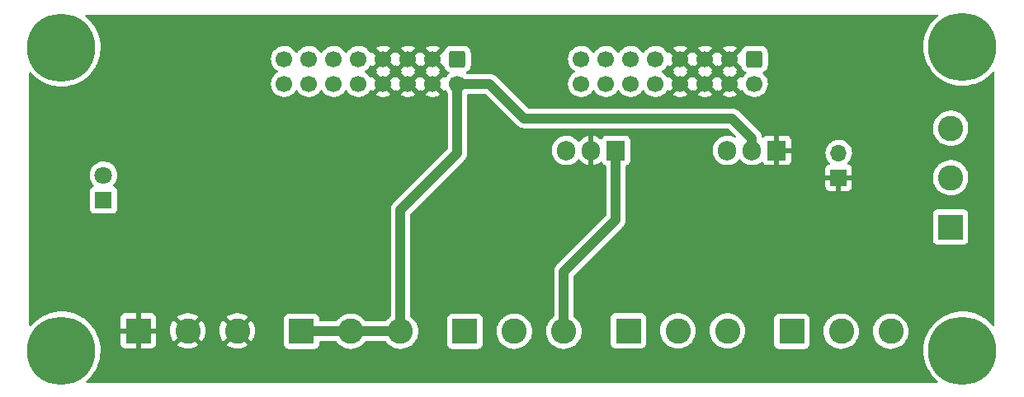
<source format=gbr>
%TF.GenerationSoftware,KiCad,Pcbnew,(6.0.0-0)*%
%TF.CreationDate,2022-12-13T21:11:06-05:00*%
%TF.ProjectId,power-module,706f7765-722d-46d6-9f64-756c652e6b69,rev?*%
%TF.SameCoordinates,Original*%
%TF.FileFunction,Copper,L2,Bot*%
%TF.FilePolarity,Positive*%
%FSLAX46Y46*%
G04 Gerber Fmt 4.6, Leading zero omitted, Abs format (unit mm)*
G04 Created by KiCad (PCBNEW (6.0.0-0)) date 2022-12-13 21:11:06*
%MOMM*%
%LPD*%
G01*
G04 APERTURE LIST*
G04 Aperture macros list*
%AMRoundRect*
0 Rectangle with rounded corners*
0 $1 Rounding radius*
0 $2 $3 $4 $5 $6 $7 $8 $9 X,Y pos of 4 corners*
0 Add a 4 corners polygon primitive as box body*
4,1,4,$2,$3,$4,$5,$6,$7,$8,$9,$2,$3,0*
0 Add four circle primitives for the rounded corners*
1,1,$1+$1,$2,$3*
1,1,$1+$1,$4,$5*
1,1,$1+$1,$6,$7*
1,1,$1+$1,$8,$9*
0 Add four rect primitives between the rounded corners*
20,1,$1+$1,$2,$3,$4,$5,0*
20,1,$1+$1,$4,$5,$6,$7,0*
20,1,$1+$1,$6,$7,$8,$9,0*
20,1,$1+$1,$8,$9,$2,$3,0*%
G04 Aperture macros list end*
%TA.AperFunction,ComponentPad*%
%ADD10C,1.700000*%
%TD*%
%TA.AperFunction,ComponentPad*%
%ADD11RoundRect,0.250000X-0.600000X0.600000X-0.600000X-0.600000X0.600000X-0.600000X0.600000X0.600000X0*%
%TD*%
%TA.AperFunction,ComponentPad*%
%ADD12C,0.800000*%
%TD*%
%TA.AperFunction,ComponentPad*%
%ADD13C,7.000000*%
%TD*%
%TA.AperFunction,ComponentPad*%
%ADD14R,2.600000X2.600000*%
%TD*%
%TA.AperFunction,ComponentPad*%
%ADD15C,2.600000*%
%TD*%
%TA.AperFunction,ComponentPad*%
%ADD16R,1.800000X1.800000*%
%TD*%
%TA.AperFunction,ComponentPad*%
%ADD17C,1.800000*%
%TD*%
%TA.AperFunction,ComponentPad*%
%ADD18O,1.905000X2.000000*%
%TD*%
%TA.AperFunction,ComponentPad*%
%ADD19R,1.905000X2.000000*%
%TD*%
%TA.AperFunction,ComponentPad*%
%ADD20R,1.700000X1.700000*%
%TD*%
%TA.AperFunction,ComponentPad*%
%ADD21O,1.700000X1.700000*%
%TD*%
%TA.AperFunction,Conductor*%
%ADD22C,1.000000*%
%TD*%
G04 APERTURE END LIST*
D10*
%TO.P,J8,16,Pin_16*%
%TO.N,unconnected-(J8-Pad16)*%
X79756000Y-69596000D03*
%TO.P,J8,14,Pin_14*%
%TO.N,unconnected-(J8-Pad14)*%
X82296000Y-69596000D03*
%TO.P,J8,12,Pin_12*%
%TO.N,+5V*%
X84836000Y-69596000D03*
%TO.P,J8,10,Pin_10*%
%TO.N,+12V*%
X87376000Y-69596000D03*
%TO.P,J8,8,Pin_8*%
%TO.N,GND*%
X89916000Y-69596000D03*
%TO.P,J8,6,Pin_6*%
X92456000Y-69596000D03*
%TO.P,J8,4,Pin_4*%
X94996000Y-69596000D03*
%TO.P,J8,2,Pin_2*%
%TO.N,-12V*%
X97536000Y-69596000D03*
%TO.P,J8,15,Pin_15*%
%TO.N,unconnected-(J8-Pad15)*%
X79756000Y-67056000D03*
%TO.P,J8,13,Pin_13*%
%TO.N,unconnected-(J8-Pad13)*%
X82296000Y-67056000D03*
%TO.P,J8,11,Pin_11*%
%TO.N,+5V*%
X84836000Y-67056000D03*
%TO.P,J8,9,Pin_9*%
%TO.N,+12V*%
X87376000Y-67056000D03*
%TO.P,J8,7,Pin_7*%
%TO.N,GND*%
X89916000Y-67056000D03*
%TO.P,J8,5,Pin_5*%
X92456000Y-67056000D03*
%TO.P,J8,3,Pin_3*%
X94996000Y-67056000D03*
D11*
%TO.P,J8,1,Pin_1*%
%TO.N,-12V*%
X97536000Y-67056000D03*
%TD*%
D12*
%TO.P,REF\u002A\u002A,1*%
%TO.N,N/C*%
X149352000Y-63161000D03*
X149352000Y-68411000D03*
X146727000Y-65786000D03*
X147495845Y-67642155D03*
X147495845Y-63929845D03*
X151977000Y-65786000D03*
X151208155Y-67642155D03*
X151208155Y-63929845D03*
D13*
X149352000Y-65786000D03*
%TD*%
%TO.P,REF\u002A\u002A,1*%
%TO.N,N/C*%
X149352000Y-97028000D03*
D12*
X151208155Y-95171845D03*
X151208155Y-98884155D03*
X151977000Y-97028000D03*
X147495845Y-95171845D03*
X147495845Y-98884155D03*
X146727000Y-97028000D03*
X149352000Y-99653000D03*
X149352000Y-94403000D03*
%TD*%
D13*
%TO.P,REF\u002A\u002A,1*%
%TO.N,N/C*%
X56896000Y-97028000D03*
D12*
X58752155Y-95171845D03*
X58752155Y-98884155D03*
X59521000Y-97028000D03*
X55039845Y-95171845D03*
X55039845Y-98884155D03*
X54271000Y-97028000D03*
X56896000Y-99653000D03*
X56896000Y-94403000D03*
%TD*%
%TO.P,REF\u002A\u002A,1*%
%TO.N,N/C*%
X58752155Y-64008000D03*
X56896000Y-63239155D03*
X55039845Y-64008000D03*
X54271000Y-65864155D03*
X55039845Y-67720310D03*
X56896000Y-68489155D03*
X58752155Y-67720310D03*
X59521000Y-65864155D03*
D13*
X56896000Y-65864155D03*
%TD*%
D14*
%TO.P,J7,1,Pin_1*%
%TO.N,GND*%
X64775000Y-94996000D03*
D15*
%TO.P,J7,2,Pin_2*%
X69855000Y-94996000D03*
%TO.P,J7,3,Pin_3*%
X74935000Y-94996000D03*
%TD*%
D16*
%TO.P,D2,1,K*%
%TO.N,Net-(D2-Pad1)*%
X61214000Y-81539000D03*
D17*
%TO.P,D2,2,A*%
%TO.N,+5V*%
X61214000Y-78999000D03*
%TD*%
D14*
%TO.P,J6,1,Pin_1*%
%TO.N,-12V*%
X81534000Y-95047000D03*
D15*
%TO.P,J6,2,Pin_2*%
X86614000Y-95047000D03*
%TO.P,J6,3,Pin_3*%
X91694000Y-95047000D03*
%TD*%
D14*
%TO.P,J5,1,Pin_1*%
%TO.N,+12V*%
X98298000Y-95047000D03*
D15*
%TO.P,J5,2,Pin_2*%
X103378000Y-95047000D03*
%TO.P,J5,3,Pin_3*%
X108458000Y-95047000D03*
%TD*%
D14*
%TO.P,J4,1,Pin_1*%
%TO.N,-5V*%
X131831000Y-95047000D03*
D15*
%TO.P,J4,2,Pin_2*%
X136911000Y-95047000D03*
%TO.P,J4,3,Pin_3*%
X141991000Y-95047000D03*
%TD*%
D14*
%TO.P,J3,1,Pin_1*%
%TO.N,+5V*%
X115067000Y-94996000D03*
D15*
%TO.P,J3,2,Pin_2*%
X120147000Y-94996000D03*
%TO.P,J3,3,Pin_3*%
X125227000Y-94996000D03*
%TD*%
D14*
%TO.P,J1,1,Pin_1*%
%TO.N,-12V*%
X148133000Y-84333000D03*
D15*
%TO.P,J1,2,Pin_2*%
%TO.N,Net-(J1-Pad2)*%
X148133000Y-79253000D03*
%TO.P,J1,3,Pin_3*%
%TO.N,+12V*%
X148133000Y-74173000D03*
%TD*%
D18*
%TO.P,U2,3,VO*%
%TO.N,-5V*%
X125222000Y-76454000D03*
%TO.P,U2,2,VI*%
%TO.N,-12V*%
X127762000Y-76454000D03*
D19*
%TO.P,U2,1,GND*%
%TO.N,GND*%
X130302000Y-76454000D03*
%TD*%
D18*
%TO.P,U1,3,VO*%
%TO.N,+5V*%
X108712000Y-76454000D03*
%TO.P,U1,2,GND*%
%TO.N,GND*%
X111252000Y-76454000D03*
D19*
%TO.P,U1,1,VI*%
%TO.N,+12V*%
X113792000Y-76454000D03*
%TD*%
D20*
%TO.P,SW1,1,A*%
%TO.N,GND*%
X136652000Y-79253000D03*
D21*
%TO.P,SW1,2,B*%
%TO.N,Net-(J1-Pad2)*%
X136652000Y-76713000D03*
%TD*%
D10*
%TO.P,J2,16,Pin_16*%
%TO.N,unconnected-(J2-Pad16)*%
X110236000Y-69596000D03*
%TO.P,J2,14,Pin_14*%
%TO.N,unconnected-(J2-Pad14)*%
X112776000Y-69596000D03*
%TO.P,J2,12,Pin_12*%
%TO.N,+5V*%
X115316000Y-69596000D03*
%TO.P,J2,10,Pin_10*%
%TO.N,+12V*%
X117856000Y-69596000D03*
%TO.P,J2,8,Pin_8*%
%TO.N,GND*%
X120396000Y-69596000D03*
%TO.P,J2,6,Pin_6*%
X122936000Y-69596000D03*
%TO.P,J2,4,Pin_4*%
X125476000Y-69596000D03*
%TO.P,J2,2,Pin_2*%
%TO.N,-12V*%
X128016000Y-69596000D03*
%TO.P,J2,15,Pin_15*%
%TO.N,unconnected-(J2-Pad15)*%
X110236000Y-67056000D03*
%TO.P,J2,13,Pin_13*%
%TO.N,unconnected-(J2-Pad13)*%
X112776000Y-67056000D03*
%TO.P,J2,11,Pin_11*%
%TO.N,+5V*%
X115316000Y-67056000D03*
%TO.P,J2,9,Pin_9*%
%TO.N,+12V*%
X117856000Y-67056000D03*
%TO.P,J2,7,Pin_7*%
%TO.N,GND*%
X120396000Y-67056000D03*
%TO.P,J2,5,Pin_5*%
X122936000Y-67056000D03*
%TO.P,J2,3,Pin_3*%
X125476000Y-67056000D03*
D11*
%TO.P,J2,1,Pin_1*%
%TO.N,-12V*%
X128016000Y-67056000D03*
%TD*%
D22*
%TO.N,-12V*%
X97536000Y-69596000D02*
X100838000Y-69596000D01*
X100838000Y-69596000D02*
X104394000Y-73152000D01*
X127762000Y-75184000D02*
X127762000Y-76454000D01*
X104394000Y-73152000D02*
X125730000Y-73152000D01*
X125730000Y-73152000D02*
X127762000Y-75184000D01*
X91694000Y-95047000D02*
X91694000Y-82550000D01*
X91694000Y-82550000D02*
X97536000Y-76708000D01*
X97536000Y-76708000D02*
X97536000Y-69596000D01*
X91694000Y-95047000D02*
X81534000Y-95047000D01*
%TO.N,+12V*%
X113792000Y-76454000D02*
X113792000Y-83566000D01*
X113792000Y-83566000D02*
X108458000Y-88900000D01*
X108458000Y-88900000D02*
X108458000Y-95047000D01*
%TD*%
%TA.AperFunction,Conductor*%
%TO.N,GND*%
G36*
X146769922Y-62504002D02*
G01*
X146816415Y-62557658D01*
X146826519Y-62627932D01*
X146797025Y-62692512D01*
X146785456Y-62704222D01*
X146546322Y-62916536D01*
X146546316Y-62916542D01*
X146544017Y-62918583D01*
X146541938Y-62920828D01*
X146541931Y-62920835D01*
X146279694Y-63204026D01*
X146277608Y-63206279D01*
X146040544Y-63518599D01*
X145835089Y-63852562D01*
X145663203Y-64204980D01*
X145526527Y-64572489D01*
X145426367Y-64951581D01*
X145363677Y-65338638D01*
X145363483Y-65341718D01*
X145363483Y-65341720D01*
X145341100Y-65697500D01*
X145339057Y-65729965D01*
X145339165Y-65733054D01*
X145350549Y-66059051D01*
X145352741Y-66121827D01*
X145353147Y-66124871D01*
X145353148Y-66124881D01*
X145375620Y-66293296D01*
X145404599Y-66510484D01*
X145405299Y-66513468D01*
X145405300Y-66513474D01*
X145493433Y-66889228D01*
X145494136Y-66892225D01*
X145620496Y-67263407D01*
X145782475Y-67620487D01*
X145978525Y-67960056D01*
X145980314Y-67962554D01*
X145980316Y-67962558D01*
X146198375Y-68267139D01*
X146206776Y-68278874D01*
X146208802Y-68281189D01*
X146208805Y-68281192D01*
X146458434Y-68566340D01*
X146465049Y-68573896D01*
X146750878Y-68842308D01*
X146890322Y-68949694D01*
X146992626Y-69028478D01*
X147061536Y-69081546D01*
X147064139Y-69083173D01*
X147064144Y-69083176D01*
X147124051Y-69120610D01*
X147394056Y-69289328D01*
X147745266Y-69463670D01*
X148111812Y-69602907D01*
X148490195Y-69705712D01*
X148788419Y-69756153D01*
X148873783Y-69770591D01*
X148873786Y-69770591D01*
X148876805Y-69771102D01*
X149011873Y-69780547D01*
X149264885Y-69798240D01*
X149264893Y-69798240D01*
X149267951Y-69798454D01*
X149520037Y-69791413D01*
X149656825Y-69787592D01*
X149656828Y-69787592D01*
X149659899Y-69787506D01*
X149662952Y-69787120D01*
X149662956Y-69787120D01*
X149804576Y-69769229D01*
X150048908Y-69738362D01*
X150051912Y-69737680D01*
X150051915Y-69737679D01*
X150428269Y-69652174D01*
X150428275Y-69652172D01*
X150431265Y-69651493D01*
X150572138Y-69604631D01*
X150800396Y-69528700D01*
X150800402Y-69528698D01*
X150803320Y-69527727D01*
X150944735Y-69464765D01*
X151158722Y-69369492D01*
X151158728Y-69369489D01*
X151161522Y-69368245D01*
X151219009Y-69335588D01*
X151499784Y-69176086D01*
X151499790Y-69176083D01*
X151502452Y-69174570D01*
X151709550Y-69028478D01*
X151820342Y-68950323D01*
X151820346Y-68950320D01*
X151822855Y-68948550D01*
X152029130Y-68770499D01*
X152117347Y-68694353D01*
X152117351Y-68694349D01*
X152119674Y-68692344D01*
X152143297Y-68667538D01*
X152387957Y-68410618D01*
X152390074Y-68408395D01*
X152393667Y-68403797D01*
X152428711Y-68358942D01*
X152486412Y-68317576D01*
X152557317Y-68313973D01*
X152618914Y-68349276D01*
X152651647Y-68412277D01*
X152654000Y-68436515D01*
X152654000Y-94376328D01*
X152633998Y-94444449D01*
X152580342Y-94490942D01*
X152510068Y-94501046D01*
X152445488Y-94471552D01*
X152434364Y-94460639D01*
X152201805Y-94202357D01*
X152199744Y-94200068D01*
X151910195Y-93935673D01*
X151596228Y-93700795D01*
X151548015Y-93671596D01*
X151263467Y-93499267D01*
X151263458Y-93499262D01*
X151260839Y-93497676D01*
X150953113Y-93350239D01*
X150910001Y-93329583D01*
X150909999Y-93329582D01*
X150907229Y-93328255D01*
X150904339Y-93327203D01*
X150904334Y-93327201D01*
X150541674Y-93195204D01*
X150541671Y-93195203D01*
X150538775Y-93194149D01*
X150262563Y-93123229D01*
X150161977Y-93097403D01*
X150161974Y-93097402D01*
X150158993Y-93096637D01*
X149771508Y-93036651D01*
X149380018Y-93014764D01*
X149376939Y-93014893D01*
X149376936Y-93014893D01*
X149121188Y-93025612D01*
X148988261Y-93031183D01*
X148985217Y-93031611D01*
X148985215Y-93031611D01*
X148774778Y-93061186D01*
X148599976Y-93085753D01*
X148218869Y-93177953D01*
X147848579Y-93306902D01*
X147492638Y-93471369D01*
X147154446Y-93669785D01*
X147010405Y-93774437D01*
X146839711Y-93898453D01*
X146839705Y-93898458D01*
X146837230Y-93900256D01*
X146834944Y-93902285D01*
X146834941Y-93902288D01*
X146793299Y-93939260D01*
X146544017Y-94160583D01*
X146541938Y-94162828D01*
X146541931Y-94162835D01*
X146279694Y-94446026D01*
X146277608Y-94448279D01*
X146245225Y-94490942D01*
X146061749Y-94732663D01*
X146040544Y-94760599D01*
X146011964Y-94807055D01*
X145837333Y-95090915D01*
X145835089Y-95094562D01*
X145663203Y-95446980D01*
X145662131Y-95449864D01*
X145662130Y-95449865D01*
X145537626Y-95784646D01*
X145526527Y-95814489D01*
X145426367Y-96193581D01*
X145416981Y-96251534D01*
X145371183Y-96534297D01*
X145363677Y-96580638D01*
X145363483Y-96583718D01*
X145363483Y-96583720D01*
X145346408Y-96855131D01*
X145339057Y-96971965D01*
X145352741Y-97363827D01*
X145404599Y-97752484D01*
X145494136Y-98134225D01*
X145620496Y-98505407D01*
X145782475Y-98862487D01*
X145978525Y-99202056D01*
X145980314Y-99204554D01*
X145980316Y-99204558D01*
X146080047Y-99343860D01*
X146206776Y-99520874D01*
X146208802Y-99523189D01*
X146208805Y-99523192D01*
X146463017Y-99813575D01*
X146465049Y-99815896D01*
X146750878Y-100084308D01*
X146776671Y-100104171D01*
X146818438Y-100161582D01*
X146822537Y-100232460D01*
X146787665Y-100294302D01*
X146724895Y-100327474D01*
X146699793Y-100330000D01*
X59544106Y-100330000D01*
X59475985Y-100309998D01*
X59429492Y-100256342D01*
X59419388Y-100186068D01*
X59448882Y-100121488D01*
X59461775Y-100108618D01*
X59661347Y-99936353D01*
X59661351Y-99936349D01*
X59663674Y-99934344D01*
X59934074Y-99650395D01*
X59966505Y-99608886D01*
X60173565Y-99343860D01*
X60173567Y-99343857D01*
X60175475Y-99341415D01*
X60385574Y-99010354D01*
X60562363Y-98660370D01*
X60622469Y-98505407D01*
X60703041Y-98297681D01*
X60703044Y-98297672D01*
X60704156Y-98294805D01*
X60809600Y-97917148D01*
X60877688Y-97531004D01*
X60907769Y-97140059D01*
X60909334Y-97028000D01*
X60906594Y-96971965D01*
X60895726Y-96749767D01*
X60890180Y-96636367D01*
X60846515Y-96340669D01*
X62967001Y-96340669D01*
X62967371Y-96347490D01*
X62972895Y-96398352D01*
X62976521Y-96413604D01*
X63021676Y-96534054D01*
X63030214Y-96549649D01*
X63106715Y-96651724D01*
X63119276Y-96664285D01*
X63221351Y-96740786D01*
X63236946Y-96749324D01*
X63357394Y-96794478D01*
X63372649Y-96798105D01*
X63423514Y-96803631D01*
X63430328Y-96804000D01*
X64502885Y-96804000D01*
X64518124Y-96799525D01*
X64519329Y-96798135D01*
X64521000Y-96790452D01*
X64521000Y-96785884D01*
X65029000Y-96785884D01*
X65033475Y-96801123D01*
X65034865Y-96802328D01*
X65042548Y-96803999D01*
X66119669Y-96803999D01*
X66126490Y-96803629D01*
X66177352Y-96798105D01*
X66192604Y-96794479D01*
X66313054Y-96749324D01*
X66328649Y-96740786D01*
X66430724Y-96664285D01*
X66443285Y-96651724D01*
X66519786Y-96549649D01*
X66528324Y-96534054D01*
X66563244Y-96440906D01*
X68774839Y-96440906D01*
X68783553Y-96452427D01*
X68890452Y-96530809D01*
X68898351Y-96535745D01*
X69127905Y-96656519D01*
X69136454Y-96660236D01*
X69381327Y-96745749D01*
X69390336Y-96748163D01*
X69645166Y-96796544D01*
X69654423Y-96797598D01*
X69913607Y-96807783D01*
X69922921Y-96807457D01*
X70180753Y-96779220D01*
X70189930Y-96777519D01*
X70440758Y-96711481D01*
X70449574Y-96708445D01*
X70687880Y-96606062D01*
X70696167Y-96601748D01*
X70916718Y-96465266D01*
X70924268Y-96459780D01*
X70929559Y-96455301D01*
X70937997Y-96442497D01*
X70937065Y-96440906D01*
X73854839Y-96440906D01*
X73863553Y-96452427D01*
X73970452Y-96530809D01*
X73978351Y-96535745D01*
X74207905Y-96656519D01*
X74216454Y-96660236D01*
X74461327Y-96745749D01*
X74470336Y-96748163D01*
X74725166Y-96796544D01*
X74734423Y-96797598D01*
X74993607Y-96807783D01*
X75002921Y-96807457D01*
X75260753Y-96779220D01*
X75269930Y-96777519D01*
X75520758Y-96711481D01*
X75529574Y-96708445D01*
X75767880Y-96606062D01*
X75776167Y-96601748D01*
X75996718Y-96465266D01*
X76004268Y-96459780D01*
X76009559Y-96455301D01*
X76017997Y-96442497D01*
X76011935Y-96432145D01*
X75974924Y-96395134D01*
X79725500Y-96395134D01*
X79732255Y-96457316D01*
X79783385Y-96593705D01*
X79870739Y-96710261D01*
X79987295Y-96797615D01*
X80123684Y-96848745D01*
X80185866Y-96855500D01*
X82882134Y-96855500D01*
X82944316Y-96848745D01*
X83080705Y-96797615D01*
X83197261Y-96710261D01*
X83284615Y-96593705D01*
X83335745Y-96457316D01*
X83342500Y-96395134D01*
X83342500Y-96181500D01*
X83362502Y-96113379D01*
X83416158Y-96066886D01*
X83468500Y-96055500D01*
X85046726Y-96055500D01*
X85114847Y-96075502D01*
X85147684Y-96106111D01*
X85245281Y-96236810D01*
X85248590Y-96240090D01*
X85248595Y-96240096D01*
X85416273Y-96406316D01*
X85436180Y-96426050D01*
X85439942Y-96428808D01*
X85439945Y-96428811D01*
X85604748Y-96549649D01*
X85652954Y-96584995D01*
X85657089Y-96587171D01*
X85657093Y-96587173D01*
X85886698Y-96707975D01*
X85890840Y-96710154D01*
X85978557Y-96740786D01*
X86107699Y-96785884D01*
X86144613Y-96798775D01*
X86149206Y-96799647D01*
X86404109Y-96848042D01*
X86404112Y-96848042D01*
X86408698Y-96848913D01*
X86536370Y-96853929D01*
X86672625Y-96859283D01*
X86672630Y-96859283D01*
X86677293Y-96859466D01*
X86781607Y-96848042D01*
X86939844Y-96830713D01*
X86939850Y-96830712D01*
X86944497Y-96830203D01*
X86949021Y-96829012D01*
X87199918Y-96762956D01*
X87199920Y-96762955D01*
X87204441Y-96761765D01*
X87232367Y-96749767D01*
X87447120Y-96657502D01*
X87447122Y-96657501D01*
X87451414Y-96655657D01*
X87570071Y-96582230D01*
X87676017Y-96516669D01*
X87676021Y-96516666D01*
X87679990Y-96514210D01*
X87885149Y-96340530D01*
X88062382Y-96138434D01*
X88078525Y-96113337D01*
X88132199Y-96066866D01*
X88184496Y-96055500D01*
X90126726Y-96055500D01*
X90194847Y-96075502D01*
X90227684Y-96106111D01*
X90325281Y-96236810D01*
X90328590Y-96240090D01*
X90328595Y-96240096D01*
X90496273Y-96406316D01*
X90516180Y-96426050D01*
X90519942Y-96428808D01*
X90519945Y-96428811D01*
X90684748Y-96549649D01*
X90732954Y-96584995D01*
X90737089Y-96587171D01*
X90737093Y-96587173D01*
X90966698Y-96707975D01*
X90970840Y-96710154D01*
X91058557Y-96740786D01*
X91187699Y-96785884D01*
X91224613Y-96798775D01*
X91229206Y-96799647D01*
X91484109Y-96848042D01*
X91484112Y-96848042D01*
X91488698Y-96848913D01*
X91616370Y-96853929D01*
X91752625Y-96859283D01*
X91752630Y-96859283D01*
X91757293Y-96859466D01*
X91861607Y-96848042D01*
X92019844Y-96830713D01*
X92019850Y-96830712D01*
X92024497Y-96830203D01*
X92029021Y-96829012D01*
X92279918Y-96762956D01*
X92279920Y-96762955D01*
X92284441Y-96761765D01*
X92312367Y-96749767D01*
X92527120Y-96657502D01*
X92527122Y-96657501D01*
X92531414Y-96655657D01*
X92650071Y-96582230D01*
X92756017Y-96516669D01*
X92756021Y-96516666D01*
X92759990Y-96514210D01*
X92900648Y-96395134D01*
X96489500Y-96395134D01*
X96496255Y-96457316D01*
X96547385Y-96593705D01*
X96634739Y-96710261D01*
X96751295Y-96797615D01*
X96887684Y-96848745D01*
X96949866Y-96855500D01*
X99646134Y-96855500D01*
X99708316Y-96848745D01*
X99844705Y-96797615D01*
X99961261Y-96710261D01*
X100048615Y-96593705D01*
X100099745Y-96457316D01*
X100106500Y-96395134D01*
X100106500Y-94999526D01*
X101565050Y-94999526D01*
X101565274Y-95004192D01*
X101565274Y-95004197D01*
X101565496Y-95008812D01*
X101577947Y-95268019D01*
X101630388Y-95531656D01*
X101721220Y-95784646D01*
X101723432Y-95788762D01*
X101723433Y-95788765D01*
X101737255Y-95814489D01*
X101848450Y-96021431D01*
X101851241Y-96025168D01*
X101851245Y-96025175D01*
X101932887Y-96134506D01*
X102009281Y-96236810D01*
X102012590Y-96240090D01*
X102012595Y-96240096D01*
X102180273Y-96406316D01*
X102200180Y-96426050D01*
X102203942Y-96428808D01*
X102203945Y-96428811D01*
X102368748Y-96549649D01*
X102416954Y-96584995D01*
X102421089Y-96587171D01*
X102421093Y-96587173D01*
X102650698Y-96707975D01*
X102654840Y-96710154D01*
X102742557Y-96740786D01*
X102871699Y-96785884D01*
X102908613Y-96798775D01*
X102913206Y-96799647D01*
X103168109Y-96848042D01*
X103168112Y-96848042D01*
X103172698Y-96848913D01*
X103300370Y-96853929D01*
X103436625Y-96859283D01*
X103436630Y-96859283D01*
X103441293Y-96859466D01*
X103545607Y-96848042D01*
X103703844Y-96830713D01*
X103703850Y-96830712D01*
X103708497Y-96830203D01*
X103713021Y-96829012D01*
X103963918Y-96762956D01*
X103963920Y-96762955D01*
X103968441Y-96761765D01*
X103996367Y-96749767D01*
X104211120Y-96657502D01*
X104211122Y-96657501D01*
X104215414Y-96655657D01*
X104334071Y-96582230D01*
X104440017Y-96516669D01*
X104440021Y-96516666D01*
X104443990Y-96514210D01*
X104649149Y-96340530D01*
X104826382Y-96138434D01*
X104859187Y-96087434D01*
X104969269Y-95916291D01*
X104971797Y-95912361D01*
X105082199Y-95667278D01*
X105095380Y-95620542D01*
X105153893Y-95413072D01*
X105153894Y-95413069D01*
X105155163Y-95408568D01*
X105173612Y-95263548D01*
X105188688Y-95145045D01*
X105188688Y-95145041D01*
X105189086Y-95141915D01*
X105191571Y-95047000D01*
X105188043Y-94999526D01*
X106645050Y-94999526D01*
X106645274Y-95004192D01*
X106645274Y-95004197D01*
X106645496Y-95008812D01*
X106657947Y-95268019D01*
X106710388Y-95531656D01*
X106801220Y-95784646D01*
X106803432Y-95788762D01*
X106803433Y-95788765D01*
X106817255Y-95814489D01*
X106928450Y-96021431D01*
X106931241Y-96025168D01*
X106931245Y-96025175D01*
X107012887Y-96134506D01*
X107089281Y-96236810D01*
X107092590Y-96240090D01*
X107092595Y-96240096D01*
X107260273Y-96406316D01*
X107280180Y-96426050D01*
X107283942Y-96428808D01*
X107283945Y-96428811D01*
X107448748Y-96549649D01*
X107496954Y-96584995D01*
X107501089Y-96587171D01*
X107501093Y-96587173D01*
X107730698Y-96707975D01*
X107734840Y-96710154D01*
X107822557Y-96740786D01*
X107951699Y-96785884D01*
X107988613Y-96798775D01*
X107993206Y-96799647D01*
X108248109Y-96848042D01*
X108248112Y-96848042D01*
X108252698Y-96848913D01*
X108380370Y-96853929D01*
X108516625Y-96859283D01*
X108516630Y-96859283D01*
X108521293Y-96859466D01*
X108625607Y-96848042D01*
X108783844Y-96830713D01*
X108783850Y-96830712D01*
X108788497Y-96830203D01*
X108793021Y-96829012D01*
X109043918Y-96762956D01*
X109043920Y-96762955D01*
X109048441Y-96761765D01*
X109076367Y-96749767D01*
X109291120Y-96657502D01*
X109291122Y-96657501D01*
X109295414Y-96655657D01*
X109414071Y-96582230D01*
X109520017Y-96516669D01*
X109520021Y-96516666D01*
X109523990Y-96514210D01*
X109724892Y-96344134D01*
X113258500Y-96344134D01*
X113265255Y-96406316D01*
X113316385Y-96542705D01*
X113403739Y-96659261D01*
X113520295Y-96746615D01*
X113656684Y-96797745D01*
X113718866Y-96804500D01*
X116415134Y-96804500D01*
X116477316Y-96797745D01*
X116613705Y-96746615D01*
X116730261Y-96659261D01*
X116817615Y-96542705D01*
X116868745Y-96406316D01*
X116875500Y-96344134D01*
X116875500Y-94948526D01*
X118334050Y-94948526D01*
X118334274Y-94953192D01*
X118334274Y-94953197D01*
X118336946Y-95008812D01*
X118346947Y-95217019D01*
X118399388Y-95480656D01*
X118490220Y-95733646D01*
X118617450Y-95970431D01*
X118620241Y-95974168D01*
X118620245Y-95974175D01*
X118695910Y-96075502D01*
X118778281Y-96185810D01*
X118781590Y-96189090D01*
X118781595Y-96189096D01*
X118965863Y-96371762D01*
X118969180Y-96375050D01*
X118972942Y-96377808D01*
X118972945Y-96377811D01*
X119081377Y-96457316D01*
X119185954Y-96533995D01*
X119190089Y-96536171D01*
X119190093Y-96536173D01*
X119419698Y-96656975D01*
X119423840Y-96659154D01*
X119677613Y-96747775D01*
X119682206Y-96748647D01*
X119937109Y-96797042D01*
X119937112Y-96797042D01*
X119941698Y-96797913D01*
X120069370Y-96802929D01*
X120205625Y-96808283D01*
X120205630Y-96808283D01*
X120210293Y-96808466D01*
X120314607Y-96797042D01*
X120472844Y-96779713D01*
X120472850Y-96779712D01*
X120477497Y-96779203D01*
X120482021Y-96778012D01*
X120732918Y-96711956D01*
X120732920Y-96711955D01*
X120737441Y-96710765D01*
X120845626Y-96664285D01*
X120980120Y-96606502D01*
X120980122Y-96606501D01*
X120984414Y-96604657D01*
X121135452Y-96511192D01*
X121209017Y-96465669D01*
X121209021Y-96465666D01*
X121212990Y-96463210D01*
X121418149Y-96289530D01*
X121595382Y-96087434D01*
X121602631Y-96076165D01*
X121738269Y-95865291D01*
X121740797Y-95861361D01*
X121851199Y-95616278D01*
X121852517Y-95611605D01*
X121922893Y-95362072D01*
X121922894Y-95362069D01*
X121924163Y-95357568D01*
X121942043Y-95217019D01*
X121957688Y-95094045D01*
X121957688Y-95094041D01*
X121958086Y-95090915D01*
X121958170Y-95087733D01*
X121959477Y-95037779D01*
X121960571Y-94996000D01*
X121957043Y-94948526D01*
X123414050Y-94948526D01*
X123414274Y-94953192D01*
X123414274Y-94953197D01*
X123416946Y-95008812D01*
X123426947Y-95217019D01*
X123479388Y-95480656D01*
X123570220Y-95733646D01*
X123697450Y-95970431D01*
X123700241Y-95974168D01*
X123700245Y-95974175D01*
X123775910Y-96075502D01*
X123858281Y-96185810D01*
X123861590Y-96189090D01*
X123861595Y-96189096D01*
X124045863Y-96371762D01*
X124049180Y-96375050D01*
X124052942Y-96377808D01*
X124052945Y-96377811D01*
X124161377Y-96457316D01*
X124265954Y-96533995D01*
X124270089Y-96536171D01*
X124270093Y-96536173D01*
X124499698Y-96656975D01*
X124503840Y-96659154D01*
X124757613Y-96747775D01*
X124762206Y-96748647D01*
X125017109Y-96797042D01*
X125017112Y-96797042D01*
X125021698Y-96797913D01*
X125149370Y-96802929D01*
X125285625Y-96808283D01*
X125285630Y-96808283D01*
X125290293Y-96808466D01*
X125394607Y-96797042D01*
X125552844Y-96779713D01*
X125552850Y-96779712D01*
X125557497Y-96779203D01*
X125562021Y-96778012D01*
X125812918Y-96711956D01*
X125812920Y-96711955D01*
X125817441Y-96710765D01*
X125925626Y-96664285D01*
X126060120Y-96606502D01*
X126060122Y-96606501D01*
X126064414Y-96604657D01*
X126215452Y-96511192D01*
X126289017Y-96465669D01*
X126289021Y-96465666D01*
X126292990Y-96463210D01*
X126373405Y-96395134D01*
X130022500Y-96395134D01*
X130029255Y-96457316D01*
X130080385Y-96593705D01*
X130167739Y-96710261D01*
X130284295Y-96797615D01*
X130420684Y-96848745D01*
X130482866Y-96855500D01*
X133179134Y-96855500D01*
X133241316Y-96848745D01*
X133377705Y-96797615D01*
X133494261Y-96710261D01*
X133581615Y-96593705D01*
X133632745Y-96457316D01*
X133639500Y-96395134D01*
X133639500Y-94999526D01*
X135098050Y-94999526D01*
X135098274Y-95004192D01*
X135098274Y-95004197D01*
X135098496Y-95008812D01*
X135110947Y-95268019D01*
X135163388Y-95531656D01*
X135254220Y-95784646D01*
X135256432Y-95788762D01*
X135256433Y-95788765D01*
X135270255Y-95814489D01*
X135381450Y-96021431D01*
X135384241Y-96025168D01*
X135384245Y-96025175D01*
X135465887Y-96134506D01*
X135542281Y-96236810D01*
X135545590Y-96240090D01*
X135545595Y-96240096D01*
X135713273Y-96406316D01*
X135733180Y-96426050D01*
X135736942Y-96428808D01*
X135736945Y-96428811D01*
X135901748Y-96549649D01*
X135949954Y-96584995D01*
X135954089Y-96587171D01*
X135954093Y-96587173D01*
X136183698Y-96707975D01*
X136187840Y-96710154D01*
X136275557Y-96740786D01*
X136404699Y-96785884D01*
X136441613Y-96798775D01*
X136446206Y-96799647D01*
X136701109Y-96848042D01*
X136701112Y-96848042D01*
X136705698Y-96848913D01*
X136833370Y-96853929D01*
X136969625Y-96859283D01*
X136969630Y-96859283D01*
X136974293Y-96859466D01*
X137078607Y-96848042D01*
X137236844Y-96830713D01*
X137236850Y-96830712D01*
X137241497Y-96830203D01*
X137246021Y-96829012D01*
X137496918Y-96762956D01*
X137496920Y-96762955D01*
X137501441Y-96761765D01*
X137529367Y-96749767D01*
X137744120Y-96657502D01*
X137744122Y-96657501D01*
X137748414Y-96655657D01*
X137867071Y-96582230D01*
X137973017Y-96516669D01*
X137973021Y-96516666D01*
X137976990Y-96514210D01*
X138182149Y-96340530D01*
X138359382Y-96138434D01*
X138392187Y-96087434D01*
X138502269Y-95916291D01*
X138504797Y-95912361D01*
X138615199Y-95667278D01*
X138628380Y-95620542D01*
X138686893Y-95413072D01*
X138686894Y-95413069D01*
X138688163Y-95408568D01*
X138706612Y-95263548D01*
X138721688Y-95145045D01*
X138721688Y-95145041D01*
X138722086Y-95141915D01*
X138724571Y-95047000D01*
X138721043Y-94999526D01*
X140178050Y-94999526D01*
X140178274Y-95004192D01*
X140178274Y-95004197D01*
X140178496Y-95008812D01*
X140190947Y-95268019D01*
X140243388Y-95531656D01*
X140334220Y-95784646D01*
X140336432Y-95788762D01*
X140336433Y-95788765D01*
X140350255Y-95814489D01*
X140461450Y-96021431D01*
X140464241Y-96025168D01*
X140464245Y-96025175D01*
X140545887Y-96134506D01*
X140622281Y-96236810D01*
X140625590Y-96240090D01*
X140625595Y-96240096D01*
X140793273Y-96406316D01*
X140813180Y-96426050D01*
X140816942Y-96428808D01*
X140816945Y-96428811D01*
X140981748Y-96549649D01*
X141029954Y-96584995D01*
X141034089Y-96587171D01*
X141034093Y-96587173D01*
X141263698Y-96707975D01*
X141267840Y-96710154D01*
X141355557Y-96740786D01*
X141484699Y-96785884D01*
X141521613Y-96798775D01*
X141526206Y-96799647D01*
X141781109Y-96848042D01*
X141781112Y-96848042D01*
X141785698Y-96848913D01*
X141913370Y-96853929D01*
X142049625Y-96859283D01*
X142049630Y-96859283D01*
X142054293Y-96859466D01*
X142158607Y-96848042D01*
X142316844Y-96830713D01*
X142316850Y-96830712D01*
X142321497Y-96830203D01*
X142326021Y-96829012D01*
X142576918Y-96762956D01*
X142576920Y-96762955D01*
X142581441Y-96761765D01*
X142609367Y-96749767D01*
X142824120Y-96657502D01*
X142824122Y-96657501D01*
X142828414Y-96655657D01*
X142947071Y-96582230D01*
X143053017Y-96516669D01*
X143053021Y-96516666D01*
X143056990Y-96514210D01*
X143262149Y-96340530D01*
X143439382Y-96138434D01*
X143472187Y-96087434D01*
X143582269Y-95916291D01*
X143584797Y-95912361D01*
X143695199Y-95667278D01*
X143708380Y-95620542D01*
X143766893Y-95413072D01*
X143766894Y-95413069D01*
X143768163Y-95408568D01*
X143786612Y-95263548D01*
X143801688Y-95145045D01*
X143801688Y-95145041D01*
X143802086Y-95141915D01*
X143804571Y-95047000D01*
X143784650Y-94778937D01*
X143783619Y-94774379D01*
X143726361Y-94521331D01*
X143726360Y-94521326D01*
X143725327Y-94516763D01*
X143627902Y-94266238D01*
X143494518Y-94032864D01*
X143463147Y-93993069D01*
X143408427Y-93923658D01*
X143328105Y-93821769D01*
X143132317Y-93637591D01*
X142930632Y-93497676D01*
X142915299Y-93487039D01*
X142915296Y-93487037D01*
X142911457Y-93484374D01*
X142901596Y-93479511D01*
X142674564Y-93367551D01*
X142674561Y-93367550D01*
X142670376Y-93365486D01*
X142622745Y-93350239D01*
X142517503Y-93316551D01*
X142414370Y-93283538D01*
X142409763Y-93282788D01*
X142409760Y-93282787D01*
X142180102Y-93245385D01*
X142149063Y-93240330D01*
X142018719Y-93238624D01*
X141884961Y-93236873D01*
X141884958Y-93236873D01*
X141880284Y-93236812D01*
X141613937Y-93273060D01*
X141355874Y-93348278D01*
X141111763Y-93460815D01*
X141083247Y-93479511D01*
X140890881Y-93605631D01*
X140890877Y-93605634D01*
X140886968Y-93608197D01*
X140846249Y-93644540D01*
X140743567Y-93736188D01*
X140686426Y-93787188D01*
X140514544Y-93993854D01*
X140375096Y-94223656D01*
X140373287Y-94227970D01*
X140373285Y-94227974D01*
X140301278Y-94399693D01*
X140271148Y-94471545D01*
X140204981Y-94732077D01*
X140178050Y-94999526D01*
X138721043Y-94999526D01*
X138704650Y-94778937D01*
X138703619Y-94774379D01*
X138646361Y-94521331D01*
X138646360Y-94521326D01*
X138645327Y-94516763D01*
X138547902Y-94266238D01*
X138414518Y-94032864D01*
X138383147Y-93993069D01*
X138328427Y-93923658D01*
X138248105Y-93821769D01*
X138052317Y-93637591D01*
X137850632Y-93497676D01*
X137835299Y-93487039D01*
X137835296Y-93487037D01*
X137831457Y-93484374D01*
X137821596Y-93479511D01*
X137594564Y-93367551D01*
X137594561Y-93367550D01*
X137590376Y-93365486D01*
X137542745Y-93350239D01*
X137437503Y-93316551D01*
X137334370Y-93283538D01*
X137329763Y-93282788D01*
X137329760Y-93282787D01*
X137100102Y-93245385D01*
X137069063Y-93240330D01*
X136938719Y-93238624D01*
X136804961Y-93236873D01*
X136804958Y-93236873D01*
X136800284Y-93236812D01*
X136533937Y-93273060D01*
X136275874Y-93348278D01*
X136031763Y-93460815D01*
X136003247Y-93479511D01*
X135810881Y-93605631D01*
X135810877Y-93605634D01*
X135806968Y-93608197D01*
X135766249Y-93644540D01*
X135663567Y-93736188D01*
X135606426Y-93787188D01*
X135434544Y-93993854D01*
X135295096Y-94223656D01*
X135293287Y-94227970D01*
X135293285Y-94227974D01*
X135221278Y-94399693D01*
X135191148Y-94471545D01*
X135124981Y-94732077D01*
X135098050Y-94999526D01*
X133639500Y-94999526D01*
X133639500Y-93698866D01*
X133632745Y-93636684D01*
X133581615Y-93500295D01*
X133494261Y-93383739D01*
X133377705Y-93296385D01*
X133241316Y-93245255D01*
X133179134Y-93238500D01*
X130482866Y-93238500D01*
X130420684Y-93245255D01*
X130284295Y-93296385D01*
X130167739Y-93383739D01*
X130080385Y-93500295D01*
X130029255Y-93636684D01*
X130022500Y-93698866D01*
X130022500Y-96395134D01*
X126373405Y-96395134D01*
X126498149Y-96289530D01*
X126675382Y-96087434D01*
X126682631Y-96076165D01*
X126818269Y-95865291D01*
X126820797Y-95861361D01*
X126931199Y-95616278D01*
X126932517Y-95611605D01*
X127002893Y-95362072D01*
X127002894Y-95362069D01*
X127004163Y-95357568D01*
X127022043Y-95217019D01*
X127037688Y-95094045D01*
X127037688Y-95094041D01*
X127038086Y-95090915D01*
X127038170Y-95087733D01*
X127039477Y-95037779D01*
X127040571Y-94996000D01*
X127022418Y-94751727D01*
X127020996Y-94732592D01*
X127020996Y-94732591D01*
X127020650Y-94727937D01*
X127019619Y-94723379D01*
X126962361Y-94470331D01*
X126962360Y-94470326D01*
X126961327Y-94465763D01*
X126863902Y-94215238D01*
X126730518Y-93981864D01*
X126683068Y-93921673D01*
X126664416Y-93898014D01*
X126564105Y-93770769D01*
X126368317Y-93586591D01*
X126211074Y-93477507D01*
X126151299Y-93436039D01*
X126151296Y-93436037D01*
X126147457Y-93433374D01*
X126105770Y-93412816D01*
X125910564Y-93316551D01*
X125910561Y-93316550D01*
X125906376Y-93314486D01*
X125866655Y-93301771D01*
X125774993Y-93272430D01*
X125650370Y-93232538D01*
X125645763Y-93231788D01*
X125645760Y-93231787D01*
X125421131Y-93195204D01*
X125385063Y-93189330D01*
X125254719Y-93187624D01*
X125120961Y-93185873D01*
X125120958Y-93185873D01*
X125116284Y-93185812D01*
X124849937Y-93222060D01*
X124845451Y-93223368D01*
X124845449Y-93223368D01*
X124787464Y-93240269D01*
X124591874Y-93297278D01*
X124587621Y-93299238D01*
X124587620Y-93299239D01*
X124570998Y-93306902D01*
X124347763Y-93409815D01*
X124343854Y-93412378D01*
X124126881Y-93554631D01*
X124126876Y-93554635D01*
X124122968Y-93557197D01*
X124062335Y-93611314D01*
X123964242Y-93698866D01*
X123922426Y-93736188D01*
X123750544Y-93942854D01*
X123611096Y-94172656D01*
X123609287Y-94176970D01*
X123609285Y-94176974D01*
X123591324Y-94219806D01*
X123507148Y-94420545D01*
X123440981Y-94681077D01*
X123414050Y-94948526D01*
X121957043Y-94948526D01*
X121942418Y-94751727D01*
X121940996Y-94732592D01*
X121940996Y-94732591D01*
X121940650Y-94727937D01*
X121939619Y-94723379D01*
X121882361Y-94470331D01*
X121882360Y-94470326D01*
X121881327Y-94465763D01*
X121783902Y-94215238D01*
X121650518Y-93981864D01*
X121603068Y-93921673D01*
X121584416Y-93898014D01*
X121484105Y-93770769D01*
X121288317Y-93586591D01*
X121131074Y-93477507D01*
X121071299Y-93436039D01*
X121071296Y-93436037D01*
X121067457Y-93433374D01*
X121025770Y-93412816D01*
X120830564Y-93316551D01*
X120830561Y-93316550D01*
X120826376Y-93314486D01*
X120786655Y-93301771D01*
X120694993Y-93272430D01*
X120570370Y-93232538D01*
X120565763Y-93231788D01*
X120565760Y-93231787D01*
X120341131Y-93195204D01*
X120305063Y-93189330D01*
X120174719Y-93187624D01*
X120040961Y-93185873D01*
X120040958Y-93185873D01*
X120036284Y-93185812D01*
X119769937Y-93222060D01*
X119765451Y-93223368D01*
X119765449Y-93223368D01*
X119707464Y-93240269D01*
X119511874Y-93297278D01*
X119507621Y-93299238D01*
X119507620Y-93299239D01*
X119490998Y-93306902D01*
X119267763Y-93409815D01*
X119263854Y-93412378D01*
X119046881Y-93554631D01*
X119046876Y-93554635D01*
X119042968Y-93557197D01*
X118982335Y-93611314D01*
X118884242Y-93698866D01*
X118842426Y-93736188D01*
X118670544Y-93942854D01*
X118531096Y-94172656D01*
X118529287Y-94176970D01*
X118529285Y-94176974D01*
X118511324Y-94219806D01*
X118427148Y-94420545D01*
X118360981Y-94681077D01*
X118334050Y-94948526D01*
X116875500Y-94948526D01*
X116875500Y-93647866D01*
X116868745Y-93585684D01*
X116817615Y-93449295D01*
X116730261Y-93332739D01*
X116613705Y-93245385D01*
X116477316Y-93194255D01*
X116415134Y-93187500D01*
X113718866Y-93187500D01*
X113656684Y-93194255D01*
X113520295Y-93245385D01*
X113403739Y-93332739D01*
X113316385Y-93449295D01*
X113265255Y-93585684D01*
X113258500Y-93647866D01*
X113258500Y-96344134D01*
X109724892Y-96344134D01*
X109729149Y-96340530D01*
X109906382Y-96138434D01*
X109939187Y-96087434D01*
X110049269Y-95916291D01*
X110051797Y-95912361D01*
X110162199Y-95667278D01*
X110175380Y-95620542D01*
X110233893Y-95413072D01*
X110233894Y-95413069D01*
X110235163Y-95408568D01*
X110253612Y-95263548D01*
X110268688Y-95145045D01*
X110268688Y-95145041D01*
X110269086Y-95141915D01*
X110271571Y-95047000D01*
X110251650Y-94778937D01*
X110250619Y-94774379D01*
X110193361Y-94521331D01*
X110193360Y-94521326D01*
X110192327Y-94516763D01*
X110094902Y-94266238D01*
X109961518Y-94032864D01*
X109930147Y-93993069D01*
X109875427Y-93923658D01*
X109795105Y-93821769D01*
X109599317Y-93637591D01*
X109556946Y-93608197D01*
X109520680Y-93583038D01*
X109476110Y-93527775D01*
X109466500Y-93479511D01*
X109466500Y-89369925D01*
X109486502Y-89301804D01*
X109503405Y-89280830D01*
X113103100Y-85681134D01*
X146324500Y-85681134D01*
X146331255Y-85743316D01*
X146382385Y-85879705D01*
X146469739Y-85996261D01*
X146586295Y-86083615D01*
X146722684Y-86134745D01*
X146784866Y-86141500D01*
X149481134Y-86141500D01*
X149543316Y-86134745D01*
X149679705Y-86083615D01*
X149796261Y-85996261D01*
X149883615Y-85879705D01*
X149934745Y-85743316D01*
X149941500Y-85681134D01*
X149941500Y-82984866D01*
X149934745Y-82922684D01*
X149883615Y-82786295D01*
X149796261Y-82669739D01*
X149679705Y-82582385D01*
X149543316Y-82531255D01*
X149481134Y-82524500D01*
X146784866Y-82524500D01*
X146722684Y-82531255D01*
X146586295Y-82582385D01*
X146469739Y-82669739D01*
X146382385Y-82786295D01*
X146331255Y-82922684D01*
X146324500Y-82984866D01*
X146324500Y-85681134D01*
X113103100Y-85681134D01*
X114461379Y-84322855D01*
X114471522Y-84313753D01*
X114496218Y-84293897D01*
X114501025Y-84290032D01*
X114533292Y-84251578D01*
X114536472Y-84247931D01*
X114538115Y-84246119D01*
X114540309Y-84243925D01*
X114567642Y-84210651D01*
X114568348Y-84209800D01*
X114624195Y-84143244D01*
X114628154Y-84138526D01*
X114630722Y-84133856D01*
X114634103Y-84129739D01*
X114677977Y-84047914D01*
X114678606Y-84046755D01*
X114720462Y-83970619D01*
X114720465Y-83970611D01*
X114723433Y-83965213D01*
X114725045Y-83960131D01*
X114727562Y-83955437D01*
X114754762Y-83866469D01*
X114755108Y-83865358D01*
X114781373Y-83782563D01*
X114783235Y-83776694D01*
X114783829Y-83771398D01*
X114785387Y-83766302D01*
X114794790Y-83673743D01*
X114794911Y-83672607D01*
X114800500Y-83622773D01*
X114800500Y-83619246D01*
X114800555Y-83618261D01*
X114801002Y-83612581D01*
X114805374Y-83569538D01*
X114801059Y-83523891D01*
X114800500Y-83512033D01*
X114800500Y-80147669D01*
X135294001Y-80147669D01*
X135294371Y-80154490D01*
X135299895Y-80205352D01*
X135303521Y-80220604D01*
X135348676Y-80341054D01*
X135357214Y-80356649D01*
X135433715Y-80458724D01*
X135446276Y-80471285D01*
X135548351Y-80547786D01*
X135563946Y-80556324D01*
X135684394Y-80601478D01*
X135699649Y-80605105D01*
X135750514Y-80610631D01*
X135757328Y-80611000D01*
X136379885Y-80611000D01*
X136395124Y-80606525D01*
X136396329Y-80605135D01*
X136398000Y-80597452D01*
X136398000Y-80592884D01*
X136906000Y-80592884D01*
X136910475Y-80608123D01*
X136911865Y-80609328D01*
X136919548Y-80610999D01*
X137546669Y-80610999D01*
X137553490Y-80610629D01*
X137604352Y-80605105D01*
X137619604Y-80601479D01*
X137740054Y-80556324D01*
X137755649Y-80547786D01*
X137857724Y-80471285D01*
X137870285Y-80458724D01*
X137946786Y-80356649D01*
X137955324Y-80341054D01*
X138000478Y-80220606D01*
X138004105Y-80205351D01*
X138009631Y-80154486D01*
X138010000Y-80147672D01*
X138010000Y-79525115D01*
X138005525Y-79509876D01*
X138004135Y-79508671D01*
X137996452Y-79507000D01*
X136924115Y-79507000D01*
X136908876Y-79511475D01*
X136907671Y-79512865D01*
X136906000Y-79520548D01*
X136906000Y-80592884D01*
X136398000Y-80592884D01*
X136398000Y-79525115D01*
X136393525Y-79509876D01*
X136392135Y-79508671D01*
X136384452Y-79507000D01*
X135312116Y-79507000D01*
X135296877Y-79511475D01*
X135295672Y-79512865D01*
X135294001Y-79520548D01*
X135294001Y-80147669D01*
X114800500Y-80147669D01*
X114800500Y-79205526D01*
X146320050Y-79205526D01*
X146332947Y-79474019D01*
X146385388Y-79737656D01*
X146476220Y-79990646D01*
X146478432Y-79994762D01*
X146478433Y-79994765D01*
X146542555Y-80114100D01*
X146603450Y-80227431D01*
X146606241Y-80231168D01*
X146606245Y-80231175D01*
X146718720Y-80381796D01*
X146764281Y-80442810D01*
X146767590Y-80446090D01*
X146767595Y-80446096D01*
X146924340Y-80601478D01*
X146955180Y-80632050D01*
X146958942Y-80634808D01*
X146958945Y-80634811D01*
X147071299Y-80717192D01*
X147171954Y-80790995D01*
X147176089Y-80793171D01*
X147176093Y-80793173D01*
X147405698Y-80913975D01*
X147409840Y-80916154D01*
X147663613Y-81004775D01*
X147668206Y-81005647D01*
X147923109Y-81054042D01*
X147923112Y-81054042D01*
X147927698Y-81054913D01*
X148055370Y-81059929D01*
X148191625Y-81065283D01*
X148191630Y-81065283D01*
X148196293Y-81065466D01*
X148300607Y-81054042D01*
X148458844Y-81036713D01*
X148458850Y-81036712D01*
X148463497Y-81036203D01*
X148468021Y-81035012D01*
X148718918Y-80968956D01*
X148718920Y-80968955D01*
X148723441Y-80967765D01*
X148727738Y-80965919D01*
X148966120Y-80863502D01*
X148966122Y-80863501D01*
X148970414Y-80861657D01*
X149089071Y-80788230D01*
X149195017Y-80722669D01*
X149195021Y-80722666D01*
X149198990Y-80720210D01*
X149404149Y-80546530D01*
X149581382Y-80344434D01*
X149629030Y-80270358D01*
X149705614Y-80151294D01*
X149726797Y-80118361D01*
X149837199Y-79873278D01*
X149874209Y-79742051D01*
X149908893Y-79619072D01*
X149908894Y-79619069D01*
X149910163Y-79614568D01*
X149928043Y-79474019D01*
X149943688Y-79351045D01*
X149943688Y-79351041D01*
X149944086Y-79347915D01*
X149946571Y-79253000D01*
X149942313Y-79195697D01*
X149926996Y-78989592D01*
X149926996Y-78989591D01*
X149926650Y-78984937D01*
X149925619Y-78980379D01*
X149868361Y-78727331D01*
X149868360Y-78727326D01*
X149867327Y-78722763D01*
X149769902Y-78472238D01*
X149636518Y-78238864D01*
X149470105Y-78027769D01*
X149274317Y-77843591D01*
X149079081Y-77708150D01*
X149057299Y-77693039D01*
X149057296Y-77693037D01*
X149053457Y-77690374D01*
X149049264Y-77688306D01*
X148816564Y-77573551D01*
X148816561Y-77573550D01*
X148812376Y-77571486D01*
X148807269Y-77569851D01*
X148645560Y-77518088D01*
X148556370Y-77489538D01*
X148551763Y-77488788D01*
X148551760Y-77488787D01*
X148295674Y-77447081D01*
X148295675Y-77447081D01*
X148291063Y-77446330D01*
X148160719Y-77444624D01*
X148026961Y-77442873D01*
X148026958Y-77442873D01*
X148022284Y-77442812D01*
X147755937Y-77479060D01*
X147497874Y-77554278D01*
X147253763Y-77666815D01*
X147214893Y-77692299D01*
X147032881Y-77811631D01*
X147032876Y-77811635D01*
X147028968Y-77814197D01*
X146971257Y-77865706D01*
X146855324Y-77969181D01*
X146828426Y-77993188D01*
X146656544Y-78199854D01*
X146517096Y-78429656D01*
X146515287Y-78433970D01*
X146515285Y-78433974D01*
X146467242Y-78548544D01*
X146413148Y-78677545D01*
X146346981Y-78938077D01*
X146320050Y-79205526D01*
X114800500Y-79205526D01*
X114800500Y-78063435D01*
X114820502Y-77995314D01*
X114874158Y-77948821D01*
X114882270Y-77945453D01*
X114982797Y-77907767D01*
X114991205Y-77904615D01*
X115107761Y-77817261D01*
X115195115Y-77700705D01*
X115246245Y-77564316D01*
X115253000Y-77502134D01*
X115253000Y-75405866D01*
X115246245Y-75343684D01*
X115195115Y-75207295D01*
X115107761Y-75090739D01*
X114991205Y-75003385D01*
X114854816Y-74952255D01*
X114792634Y-74945500D01*
X112791366Y-74945500D01*
X112729184Y-74952255D01*
X112592795Y-75003385D01*
X112476239Y-75090739D01*
X112388885Y-75207295D01*
X112385734Y-75215701D01*
X112381242Y-75227683D01*
X112338599Y-75284447D01*
X112272038Y-75309146D01*
X112202689Y-75293938D01*
X112185168Y-75282334D01*
X112067056Y-75189055D01*
X112058469Y-75183350D01*
X111857278Y-75072286D01*
X111847866Y-75068056D01*
X111631232Y-74991341D01*
X111621261Y-74988707D01*
X111523837Y-74971353D01*
X111510540Y-74972813D01*
X111506000Y-74987370D01*
X111506000Y-77922096D01*
X111509918Y-77935440D01*
X111524194Y-77937427D01*
X111586515Y-77927890D01*
X111596543Y-77925501D01*
X111814988Y-77854102D01*
X111824497Y-77850105D01*
X112028344Y-77743989D01*
X112037061Y-77738500D01*
X112188099Y-77625098D01*
X112254584Y-77600193D01*
X112323980Y-77615186D01*
X112374253Y-77665316D01*
X112381732Y-77681625D01*
X112388885Y-77700705D01*
X112476239Y-77817261D01*
X112592795Y-77904615D01*
X112601203Y-77907767D01*
X112701730Y-77945453D01*
X112758494Y-77988095D01*
X112783194Y-78054656D01*
X112783500Y-78063435D01*
X112783500Y-83096075D01*
X112763498Y-83164196D01*
X112746595Y-83185170D01*
X107788621Y-88143145D01*
X107778478Y-88152247D01*
X107748975Y-88175968D01*
X107745008Y-88180696D01*
X107716709Y-88214421D01*
X107713528Y-88218069D01*
X107711885Y-88219881D01*
X107709691Y-88222075D01*
X107682358Y-88255349D01*
X107681696Y-88256147D01*
X107621846Y-88327474D01*
X107619278Y-88332144D01*
X107615897Y-88336261D01*
X107584860Y-88394145D01*
X107572023Y-88418086D01*
X107571394Y-88419245D01*
X107529538Y-88495381D01*
X107529535Y-88495389D01*
X107526567Y-88500787D01*
X107524955Y-88505869D01*
X107522438Y-88510563D01*
X107495238Y-88599531D01*
X107494918Y-88600559D01*
X107466765Y-88689306D01*
X107466171Y-88694602D01*
X107464613Y-88699698D01*
X107463990Y-88705834D01*
X107455218Y-88792187D01*
X107455089Y-88793393D01*
X107449500Y-88843227D01*
X107449500Y-88846754D01*
X107449445Y-88847739D01*
X107448998Y-88853419D01*
X107444626Y-88896462D01*
X107445206Y-88902593D01*
X107448941Y-88942109D01*
X107449500Y-88953967D01*
X107449500Y-93477507D01*
X107429498Y-93545628D01*
X107392586Y-93582878D01*
X107353968Y-93608197D01*
X107313249Y-93644540D01*
X107210567Y-93736188D01*
X107153426Y-93787188D01*
X106981544Y-93993854D01*
X106842096Y-94223656D01*
X106840287Y-94227970D01*
X106840285Y-94227974D01*
X106768278Y-94399693D01*
X106738148Y-94471545D01*
X106671981Y-94732077D01*
X106645050Y-94999526D01*
X105188043Y-94999526D01*
X105171650Y-94778937D01*
X105170619Y-94774379D01*
X105113361Y-94521331D01*
X105113360Y-94521326D01*
X105112327Y-94516763D01*
X105014902Y-94266238D01*
X104881518Y-94032864D01*
X104850147Y-93993069D01*
X104795427Y-93923658D01*
X104715105Y-93821769D01*
X104519317Y-93637591D01*
X104317632Y-93497676D01*
X104302299Y-93487039D01*
X104302296Y-93487037D01*
X104298457Y-93484374D01*
X104288596Y-93479511D01*
X104061564Y-93367551D01*
X104061561Y-93367550D01*
X104057376Y-93365486D01*
X104009745Y-93350239D01*
X103904503Y-93316551D01*
X103801370Y-93283538D01*
X103796763Y-93282788D01*
X103796760Y-93282787D01*
X103567102Y-93245385D01*
X103536063Y-93240330D01*
X103405719Y-93238624D01*
X103271961Y-93236873D01*
X103271958Y-93236873D01*
X103267284Y-93236812D01*
X103000937Y-93273060D01*
X102742874Y-93348278D01*
X102498763Y-93460815D01*
X102470247Y-93479511D01*
X102277881Y-93605631D01*
X102277877Y-93605634D01*
X102273968Y-93608197D01*
X102233249Y-93644540D01*
X102130567Y-93736188D01*
X102073426Y-93787188D01*
X101901544Y-93993854D01*
X101762096Y-94223656D01*
X101760287Y-94227970D01*
X101760285Y-94227974D01*
X101688278Y-94399693D01*
X101658148Y-94471545D01*
X101591981Y-94732077D01*
X101565050Y-94999526D01*
X100106500Y-94999526D01*
X100106500Y-93698866D01*
X100099745Y-93636684D01*
X100048615Y-93500295D01*
X99961261Y-93383739D01*
X99844705Y-93296385D01*
X99708316Y-93245255D01*
X99646134Y-93238500D01*
X96949866Y-93238500D01*
X96887684Y-93245255D01*
X96751295Y-93296385D01*
X96634739Y-93383739D01*
X96547385Y-93500295D01*
X96496255Y-93636684D01*
X96489500Y-93698866D01*
X96489500Y-96395134D01*
X92900648Y-96395134D01*
X92965149Y-96340530D01*
X93142382Y-96138434D01*
X93175187Y-96087434D01*
X93285269Y-95916291D01*
X93287797Y-95912361D01*
X93398199Y-95667278D01*
X93411380Y-95620542D01*
X93469893Y-95413072D01*
X93469894Y-95413069D01*
X93471163Y-95408568D01*
X93489612Y-95263548D01*
X93504688Y-95145045D01*
X93504688Y-95145041D01*
X93505086Y-95141915D01*
X93507571Y-95047000D01*
X93487650Y-94778937D01*
X93486619Y-94774379D01*
X93429361Y-94521331D01*
X93429360Y-94521326D01*
X93428327Y-94516763D01*
X93330902Y-94266238D01*
X93197518Y-94032864D01*
X93166147Y-93993069D01*
X93111427Y-93923658D01*
X93031105Y-93821769D01*
X92835317Y-93637591D01*
X92792946Y-93608197D01*
X92756680Y-93583038D01*
X92712110Y-93527775D01*
X92702500Y-93479511D01*
X92702500Y-83019925D01*
X92722502Y-82951804D01*
X92739405Y-82930830D01*
X98205379Y-77464855D01*
X98215522Y-77455753D01*
X98240218Y-77435897D01*
X98245025Y-77432032D01*
X98277292Y-77393578D01*
X98280473Y-77389930D01*
X98282117Y-77388117D01*
X98284309Y-77385925D01*
X98311580Y-77352724D01*
X98312362Y-77351782D01*
X98368193Y-77285247D01*
X98368195Y-77285244D01*
X98372154Y-77280526D01*
X98374723Y-77275853D01*
X98378103Y-77271738D01*
X98400251Y-77230434D01*
X98422028Y-77189820D01*
X98422657Y-77188662D01*
X98464465Y-77112612D01*
X98464465Y-77112611D01*
X98467433Y-77107213D01*
X98469044Y-77102135D01*
X98471563Y-77097437D01*
X98498753Y-77008502D01*
X98499136Y-77007272D01*
X98509709Y-76973944D01*
X98527235Y-76918694D01*
X98527828Y-76913403D01*
X98529388Y-76908302D01*
X98538795Y-76815689D01*
X98538915Y-76814569D01*
X98544500Y-76764773D01*
X98544500Y-76761244D01*
X98544555Y-76760261D01*
X98545004Y-76754556D01*
X98548752Y-76717664D01*
X98548752Y-76717661D01*
X98549374Y-76711537D01*
X98545059Y-76665888D01*
X98544500Y-76654031D01*
X98544500Y-76562402D01*
X107251000Y-76562402D01*
X107251212Y-76564975D01*
X107251212Y-76564986D01*
X107258533Y-76654031D01*
X107265678Y-76740937D01*
X107324206Y-76973944D01*
X107375342Y-77091549D01*
X107417827Y-77189258D01*
X107420003Y-77194263D01*
X107503176Y-77322829D01*
X107544755Y-77387099D01*
X107550498Y-77395977D01*
X107712186Y-77573670D01*
X107764974Y-77615359D01*
X107896670Y-77719367D01*
X107896675Y-77719370D01*
X107900724Y-77722568D01*
X107905240Y-77725061D01*
X107905243Y-77725063D01*
X108106526Y-77836177D01*
X108106530Y-77836179D01*
X108111050Y-77838674D01*
X108115919Y-77840398D01*
X108115923Y-77840400D01*
X108332640Y-77917144D01*
X108332644Y-77917145D01*
X108337515Y-77918870D01*
X108342608Y-77919777D01*
X108342611Y-77919778D01*
X108568948Y-77960095D01*
X108568954Y-77960096D01*
X108574037Y-77961001D01*
X108655804Y-77962000D01*
X108809093Y-77963873D01*
X108809095Y-77963873D01*
X108814263Y-77963936D01*
X109051744Y-77927596D01*
X109182184Y-77884962D01*
X109275183Y-77854566D01*
X109275189Y-77854563D01*
X109280101Y-77852958D01*
X109284687Y-77850571D01*
X109284691Y-77850569D01*
X109488607Y-77744416D01*
X109493200Y-77742025D01*
X109640200Y-77631654D01*
X109681185Y-77600882D01*
X109681188Y-77600880D01*
X109685320Y-77597777D01*
X109821041Y-77455753D01*
X109847730Y-77427825D01*
X109847731Y-77427824D01*
X109851301Y-77424088D01*
X109876840Y-77386649D01*
X109931751Y-77341648D01*
X110002275Y-77333477D01*
X110066022Y-77364731D01*
X110086716Y-77389210D01*
X110088085Y-77391326D01*
X110094378Y-77399498D01*
X110249050Y-77569480D01*
X110256583Y-77576506D01*
X110436944Y-77718945D01*
X110445531Y-77724650D01*
X110646722Y-77835714D01*
X110656134Y-77839944D01*
X110872768Y-77916659D01*
X110882739Y-77919293D01*
X110980163Y-77936647D01*
X110993460Y-77935187D01*
X110998000Y-77920630D01*
X110998000Y-74985904D01*
X110994082Y-74972560D01*
X110979806Y-74970573D01*
X110917485Y-74980110D01*
X110907457Y-74982499D01*
X110689012Y-75053898D01*
X110679503Y-75057895D01*
X110475656Y-75164011D01*
X110466931Y-75169505D01*
X110283148Y-75307493D01*
X110275441Y-75314336D01*
X110116661Y-75480491D01*
X110110177Y-75488498D01*
X110087763Y-75521356D01*
X110032852Y-75566359D01*
X109962328Y-75574532D01*
X109898580Y-75543278D01*
X109877884Y-75518796D01*
X109876311Y-75516365D01*
X109873502Y-75512023D01*
X109711814Y-75334330D01*
X109623310Y-75264434D01*
X109527330Y-75188633D01*
X109527325Y-75188630D01*
X109523276Y-75185432D01*
X109518760Y-75182939D01*
X109518757Y-75182937D01*
X109317474Y-75071823D01*
X109317470Y-75071821D01*
X109312950Y-75069326D01*
X109308081Y-75067602D01*
X109308077Y-75067600D01*
X109091360Y-74990856D01*
X109091356Y-74990855D01*
X109086485Y-74989130D01*
X109081392Y-74988223D01*
X109081389Y-74988222D01*
X108855052Y-74947905D01*
X108855046Y-74947904D01*
X108849963Y-74946999D01*
X108757474Y-74945869D01*
X108614907Y-74944127D01*
X108614905Y-74944127D01*
X108609737Y-74944064D01*
X108372256Y-74980404D01*
X108284111Y-75009214D01*
X108148817Y-75053434D01*
X108148811Y-75053437D01*
X108143899Y-75055042D01*
X108139313Y-75057429D01*
X108139309Y-75057431D01*
X107991779Y-75134231D01*
X107930800Y-75165975D01*
X107908209Y-75182937D01*
X107760370Y-75293938D01*
X107738680Y-75310223D01*
X107695096Y-75355831D01*
X107586340Y-75469638D01*
X107572699Y-75483912D01*
X107569785Y-75488184D01*
X107440597Y-75677566D01*
X107437314Y-75682378D01*
X107435140Y-75687061D01*
X107435138Y-75687065D01*
X107341977Y-75887765D01*
X107336163Y-75900290D01*
X107271960Y-76131798D01*
X107271411Y-76136935D01*
X107256259Y-76278720D01*
X107251000Y-76327928D01*
X107251000Y-76562402D01*
X98544500Y-76562402D01*
X98544500Y-70730500D01*
X98564502Y-70662379D01*
X98618158Y-70615886D01*
X98670500Y-70604500D01*
X100368075Y-70604500D01*
X100436196Y-70624502D01*
X100457170Y-70641405D01*
X103637145Y-73821379D01*
X103646247Y-73831522D01*
X103669968Y-73861025D01*
X103708456Y-73893320D01*
X103712075Y-73896478D01*
X103713890Y-73898124D01*
X103716075Y-73900309D01*
X103718455Y-73902264D01*
X103718465Y-73902273D01*
X103749236Y-73927549D01*
X103750251Y-73928391D01*
X103821474Y-73988154D01*
X103826148Y-73990723D01*
X103830261Y-73994102D01*
X103835698Y-73997017D01*
X103835699Y-73997018D01*
X103912047Y-74037955D01*
X103913177Y-74038568D01*
X103994787Y-74083433D01*
X103999869Y-74085045D01*
X104004563Y-74087562D01*
X104093531Y-74114762D01*
X104094559Y-74115082D01*
X104183306Y-74143235D01*
X104188602Y-74143829D01*
X104193698Y-74145387D01*
X104286257Y-74154790D01*
X104287393Y-74154911D01*
X104321008Y-74158681D01*
X104333730Y-74160108D01*
X104333734Y-74160108D01*
X104337227Y-74160500D01*
X104340754Y-74160500D01*
X104341739Y-74160555D01*
X104347419Y-74161002D01*
X104376825Y-74163989D01*
X104384337Y-74164752D01*
X104384339Y-74164752D01*
X104390462Y-74165374D01*
X104436108Y-74161059D01*
X104447967Y-74160500D01*
X125260075Y-74160500D01*
X125328196Y-74180502D01*
X125349165Y-74197400D01*
X126081762Y-74929996D01*
X126115785Y-74992306D01*
X126110721Y-75063121D01*
X126068174Y-75119957D01*
X126001654Y-75144768D01*
X125931772Y-75129398D01*
X125827480Y-75071826D01*
X125827473Y-75071823D01*
X125822950Y-75069326D01*
X125818081Y-75067602D01*
X125818077Y-75067600D01*
X125601360Y-74990856D01*
X125601356Y-74990855D01*
X125596485Y-74989130D01*
X125591392Y-74988223D01*
X125591389Y-74988222D01*
X125365052Y-74947905D01*
X125365046Y-74947904D01*
X125359963Y-74946999D01*
X125267474Y-74945869D01*
X125124907Y-74944127D01*
X125124905Y-74944127D01*
X125119737Y-74944064D01*
X124882256Y-74980404D01*
X124794111Y-75009214D01*
X124658817Y-75053434D01*
X124658811Y-75053437D01*
X124653899Y-75055042D01*
X124649313Y-75057429D01*
X124649309Y-75057431D01*
X124501779Y-75134231D01*
X124440800Y-75165975D01*
X124418209Y-75182937D01*
X124270370Y-75293938D01*
X124248680Y-75310223D01*
X124205096Y-75355831D01*
X124096340Y-75469638D01*
X124082699Y-75483912D01*
X124079785Y-75488184D01*
X123950597Y-75677566D01*
X123947314Y-75682378D01*
X123945140Y-75687061D01*
X123945138Y-75687065D01*
X123851977Y-75887765D01*
X123846163Y-75900290D01*
X123781960Y-76131798D01*
X123781411Y-76136935D01*
X123766259Y-76278720D01*
X123761000Y-76327928D01*
X123761000Y-76562402D01*
X123761212Y-76564975D01*
X123761212Y-76564986D01*
X123768533Y-76654031D01*
X123775678Y-76740937D01*
X123834206Y-76973944D01*
X123885342Y-77091549D01*
X123927827Y-77189258D01*
X123930003Y-77194263D01*
X124013176Y-77322829D01*
X124054755Y-77387099D01*
X124060498Y-77395977D01*
X124222186Y-77573670D01*
X124274974Y-77615359D01*
X124406670Y-77719367D01*
X124406675Y-77719370D01*
X124410724Y-77722568D01*
X124415240Y-77725061D01*
X124415243Y-77725063D01*
X124616526Y-77836177D01*
X124616530Y-77836179D01*
X124621050Y-77838674D01*
X124625919Y-77840398D01*
X124625923Y-77840400D01*
X124842640Y-77917144D01*
X124842644Y-77917145D01*
X124847515Y-77918870D01*
X124852608Y-77919777D01*
X124852611Y-77919778D01*
X125078948Y-77960095D01*
X125078954Y-77960096D01*
X125084037Y-77961001D01*
X125165804Y-77962000D01*
X125319093Y-77963873D01*
X125319095Y-77963873D01*
X125324263Y-77963936D01*
X125561744Y-77927596D01*
X125692184Y-77884962D01*
X125785183Y-77854566D01*
X125785189Y-77854563D01*
X125790101Y-77852958D01*
X125794687Y-77850571D01*
X125794691Y-77850569D01*
X125998607Y-77744416D01*
X126003200Y-77742025D01*
X126150200Y-77631654D01*
X126191185Y-77600882D01*
X126191188Y-77600880D01*
X126195320Y-77597777D01*
X126331041Y-77455753D01*
X126357730Y-77427825D01*
X126357731Y-77427824D01*
X126361301Y-77424088D01*
X126386535Y-77387097D01*
X126441444Y-77342096D01*
X126511968Y-77333925D01*
X126575716Y-77365179D01*
X126596411Y-77389660D01*
X126600498Y-77395977D01*
X126762186Y-77573670D01*
X126814974Y-77615359D01*
X126946670Y-77719367D01*
X126946675Y-77719370D01*
X126950724Y-77722568D01*
X126955240Y-77725061D01*
X126955243Y-77725063D01*
X127156526Y-77836177D01*
X127156530Y-77836179D01*
X127161050Y-77838674D01*
X127165919Y-77840398D01*
X127165923Y-77840400D01*
X127382640Y-77917144D01*
X127382644Y-77917145D01*
X127387515Y-77918870D01*
X127392608Y-77919777D01*
X127392611Y-77919778D01*
X127618948Y-77960095D01*
X127618954Y-77960096D01*
X127624037Y-77961001D01*
X127705804Y-77962000D01*
X127859093Y-77963873D01*
X127859095Y-77963873D01*
X127864263Y-77963936D01*
X128101744Y-77927596D01*
X128232184Y-77884962D01*
X128325183Y-77854566D01*
X128325189Y-77854563D01*
X128330101Y-77852958D01*
X128334687Y-77850571D01*
X128334691Y-77850569D01*
X128538607Y-77744416D01*
X128543200Y-77742025D01*
X128698700Y-77625272D01*
X128765182Y-77600367D01*
X128834578Y-77615359D01*
X128884852Y-77665489D01*
X128892333Y-77681803D01*
X128896176Y-77692054D01*
X128904714Y-77707649D01*
X128981215Y-77809724D01*
X128993776Y-77822285D01*
X129095851Y-77898786D01*
X129111446Y-77907324D01*
X129231894Y-77952478D01*
X129247149Y-77956105D01*
X129298014Y-77961631D01*
X129304828Y-77962000D01*
X130029885Y-77962000D01*
X130045124Y-77957525D01*
X130046329Y-77956135D01*
X130048000Y-77948452D01*
X130048000Y-77943884D01*
X130556000Y-77943884D01*
X130560475Y-77959123D01*
X130561865Y-77960328D01*
X130569548Y-77961999D01*
X131299169Y-77961999D01*
X131305990Y-77961629D01*
X131356852Y-77956105D01*
X131372104Y-77952479D01*
X131492554Y-77907324D01*
X131508149Y-77898786D01*
X131610224Y-77822285D01*
X131622785Y-77809724D01*
X131699286Y-77707649D01*
X131707824Y-77692054D01*
X131752978Y-77571606D01*
X131756605Y-77556351D01*
X131762131Y-77505486D01*
X131762500Y-77498672D01*
X131762500Y-76726115D01*
X131758025Y-76710876D01*
X131756635Y-76709671D01*
X131748952Y-76708000D01*
X130574115Y-76708000D01*
X130558876Y-76712475D01*
X130557671Y-76713865D01*
X130556000Y-76721548D01*
X130556000Y-77943884D01*
X130048000Y-77943884D01*
X130048000Y-76679695D01*
X135289251Y-76679695D01*
X135289548Y-76684848D01*
X135289548Y-76684851D01*
X135295011Y-76779590D01*
X135302110Y-76902715D01*
X135303247Y-76907761D01*
X135303248Y-76907767D01*
X135307035Y-76924570D01*
X135351222Y-77120639D01*
X135435266Y-77327616D01*
X135473452Y-77389930D01*
X135544265Y-77505486D01*
X135551987Y-77518088D01*
X135698250Y-77686938D01*
X135702225Y-77690238D01*
X135702231Y-77690244D01*
X135707425Y-77694556D01*
X135747059Y-77753460D01*
X135748555Y-77824441D01*
X135711439Y-77884962D01*
X135671168Y-77909480D01*
X135563946Y-77949676D01*
X135548351Y-77958214D01*
X135446276Y-78034715D01*
X135433715Y-78047276D01*
X135357214Y-78149351D01*
X135348676Y-78164946D01*
X135303522Y-78285394D01*
X135299895Y-78300649D01*
X135294369Y-78351514D01*
X135294000Y-78358328D01*
X135294000Y-78980885D01*
X135298475Y-78996124D01*
X135299865Y-78997329D01*
X135307548Y-78999000D01*
X137991884Y-78999000D01*
X138007123Y-78994525D01*
X138008328Y-78993135D01*
X138009999Y-78985452D01*
X138009999Y-78358331D01*
X138009629Y-78351510D01*
X138004105Y-78300648D01*
X138000479Y-78285396D01*
X137955324Y-78164946D01*
X137946786Y-78149351D01*
X137870285Y-78047276D01*
X137857724Y-78034715D01*
X137755649Y-77958214D01*
X137740054Y-77949676D01*
X137629813Y-77908348D01*
X137573049Y-77865706D01*
X137548349Y-77799145D01*
X137563557Y-77729796D01*
X137585104Y-77701115D01*
X137686430Y-77600144D01*
X137686440Y-77600132D01*
X137690096Y-77596489D01*
X137693407Y-77591882D01*
X137817435Y-77419277D01*
X137820453Y-77415077D01*
X137832192Y-77391326D01*
X137917136Y-77219453D01*
X137917137Y-77219451D01*
X137919430Y-77214811D01*
X137982352Y-77007710D01*
X137982865Y-77006023D01*
X137982865Y-77006021D01*
X137984370Y-77001069D01*
X138013529Y-76779590D01*
X138014351Y-76745956D01*
X138015074Y-76716365D01*
X138015074Y-76716361D01*
X138015156Y-76713000D01*
X137996852Y-76490361D01*
X137942431Y-76273702D01*
X137853354Y-76068840D01*
X137736982Y-75888956D01*
X137734822Y-75885617D01*
X137734820Y-75885614D01*
X137732014Y-75881277D01*
X137581670Y-75716051D01*
X137577619Y-75712852D01*
X137577615Y-75712848D01*
X137410414Y-75580800D01*
X137410410Y-75580798D01*
X137406359Y-75577598D01*
X137210789Y-75469638D01*
X137205920Y-75467914D01*
X137205916Y-75467912D01*
X137005087Y-75396795D01*
X137005083Y-75396794D01*
X137000212Y-75395069D01*
X136995119Y-75394162D01*
X136995116Y-75394161D01*
X136785373Y-75356800D01*
X136785367Y-75356799D01*
X136780284Y-75355894D01*
X136706452Y-75354992D01*
X136562081Y-75353228D01*
X136562079Y-75353228D01*
X136556911Y-75353165D01*
X136336091Y-75386955D01*
X136123756Y-75456357D01*
X136093443Y-75472137D01*
X135956783Y-75543278D01*
X135925607Y-75559507D01*
X135921474Y-75562610D01*
X135921471Y-75562612D01*
X135755715Y-75687065D01*
X135746965Y-75693635D01*
X135743393Y-75697373D01*
X135610771Y-75836154D01*
X135592629Y-75855138D01*
X135466743Y-76039680D01*
X135451003Y-76073590D01*
X135395048Y-76194135D01*
X135372688Y-76242305D01*
X135312989Y-76457570D01*
X135289251Y-76679695D01*
X130048000Y-76679695D01*
X130048000Y-76181885D01*
X130556000Y-76181885D01*
X130560475Y-76197124D01*
X130561865Y-76198329D01*
X130569548Y-76200000D01*
X131744384Y-76200000D01*
X131759623Y-76195525D01*
X131760828Y-76194135D01*
X131762499Y-76186452D01*
X131762499Y-75409331D01*
X131762129Y-75402510D01*
X131756605Y-75351648D01*
X131752979Y-75336396D01*
X131707824Y-75215946D01*
X131699286Y-75200351D01*
X131622785Y-75098276D01*
X131610224Y-75085715D01*
X131508149Y-75009214D01*
X131492554Y-75000676D01*
X131372106Y-74955522D01*
X131356851Y-74951895D01*
X131305986Y-74946369D01*
X131299172Y-74946000D01*
X130574115Y-74946000D01*
X130558876Y-74950475D01*
X130557671Y-74951865D01*
X130556000Y-74959548D01*
X130556000Y-76181885D01*
X130048000Y-76181885D01*
X130048000Y-74964116D01*
X130043525Y-74948877D01*
X130042135Y-74947672D01*
X130034452Y-74946001D01*
X129304831Y-74946001D01*
X129298010Y-74946371D01*
X129247148Y-74951895D01*
X129231896Y-74955521D01*
X129111446Y-75000676D01*
X129095851Y-75009214D01*
X128993776Y-75085715D01*
X128975204Y-75104287D01*
X128912892Y-75138313D01*
X128842077Y-75133248D01*
X128785241Y-75090701D01*
X128760588Y-75026174D01*
X128758623Y-75003718D01*
X128758087Y-74997587D01*
X128756600Y-74992468D01*
X128756080Y-74987167D01*
X128729209Y-74898166D01*
X128728874Y-74897033D01*
X128704630Y-74813586D01*
X128704628Y-74813582D01*
X128702909Y-74807664D01*
X128700456Y-74802932D01*
X128698916Y-74797831D01*
X128655269Y-74715740D01*
X128654657Y-74714574D01*
X128614729Y-74637547D01*
X128611892Y-74632074D01*
X128608569Y-74627911D01*
X128606066Y-74623204D01*
X128547245Y-74551082D01*
X128546554Y-74550226D01*
X128515262Y-74511027D01*
X128512758Y-74508523D01*
X128512116Y-74507805D01*
X128508415Y-74503472D01*
X128481065Y-74469938D01*
X128445737Y-74440712D01*
X128436958Y-74432723D01*
X128129761Y-74125526D01*
X146320050Y-74125526D01*
X146320274Y-74130192D01*
X146320274Y-74130197D01*
X146326738Y-74264758D01*
X146332947Y-74394019D01*
X146385388Y-74657656D01*
X146476220Y-74910646D01*
X146478432Y-74914762D01*
X146478433Y-74914765D01*
X146517456Y-74987389D01*
X146603450Y-75147431D01*
X146606241Y-75151168D01*
X146606245Y-75151175D01*
X146663377Y-75227683D01*
X146764281Y-75362810D01*
X146767590Y-75366090D01*
X146767595Y-75366096D01*
X146914802Y-75512023D01*
X146955180Y-75552050D01*
X146958942Y-75554808D01*
X146958945Y-75554811D01*
X147144043Y-75690530D01*
X147171954Y-75710995D01*
X147176089Y-75713171D01*
X147176093Y-75713173D01*
X147405698Y-75833975D01*
X147409840Y-75836154D01*
X147663613Y-75924775D01*
X147668206Y-75925647D01*
X147923109Y-75974042D01*
X147923112Y-75974042D01*
X147927698Y-75974913D01*
X148055370Y-75979929D01*
X148191625Y-75985283D01*
X148191630Y-75985283D01*
X148196293Y-75985466D01*
X148300607Y-75974042D01*
X148458844Y-75956713D01*
X148458850Y-75956712D01*
X148463497Y-75956203D01*
X148547617Y-75934056D01*
X148718918Y-75888956D01*
X148718920Y-75888955D01*
X148723441Y-75887765D01*
X148728441Y-75885617D01*
X148966120Y-75783502D01*
X148966122Y-75783501D01*
X148970414Y-75781657D01*
X149123273Y-75687065D01*
X149195017Y-75642669D01*
X149195021Y-75642666D01*
X149198990Y-75640210D01*
X149404149Y-75466530D01*
X149581382Y-75264434D01*
X149597730Y-75239019D01*
X149696338Y-75085715D01*
X149726797Y-75038361D01*
X149837199Y-74793278D01*
X149874209Y-74662051D01*
X149908893Y-74539072D01*
X149908894Y-74539069D01*
X149910163Y-74534568D01*
X149922584Y-74436929D01*
X149943688Y-74271045D01*
X149943688Y-74271041D01*
X149944086Y-74267915D01*
X149946571Y-74173000D01*
X149926650Y-73904937D01*
X149925603Y-73900309D01*
X149868361Y-73647331D01*
X149868360Y-73647326D01*
X149867327Y-73642763D01*
X149769902Y-73392238D01*
X149636518Y-73158864D01*
X149470105Y-72947769D01*
X149274317Y-72763591D01*
X149053457Y-72610374D01*
X149049264Y-72608306D01*
X148816564Y-72493551D01*
X148816561Y-72493550D01*
X148812376Y-72491486D01*
X148764745Y-72476239D01*
X148648434Y-72439008D01*
X148556370Y-72409538D01*
X148551763Y-72408788D01*
X148551760Y-72408787D01*
X148295674Y-72367081D01*
X148295675Y-72367081D01*
X148291063Y-72366330D01*
X148160719Y-72364624D01*
X148026961Y-72362873D01*
X148026958Y-72362873D01*
X148022284Y-72362812D01*
X147755937Y-72399060D01*
X147751451Y-72400368D01*
X147751449Y-72400368D01*
X147727351Y-72407392D01*
X147497874Y-72474278D01*
X147493621Y-72476238D01*
X147493620Y-72476239D01*
X147463634Y-72490063D01*
X147253763Y-72586815D01*
X147249854Y-72589378D01*
X147032881Y-72731631D01*
X147032876Y-72731635D01*
X147028968Y-72734197D01*
X146828426Y-72913188D01*
X146656544Y-73119854D01*
X146517096Y-73349656D01*
X146413148Y-73597545D01*
X146346981Y-73858077D01*
X146320050Y-74125526D01*
X128129761Y-74125526D01*
X126486855Y-72482621D01*
X126477753Y-72472478D01*
X126457897Y-72447782D01*
X126454032Y-72442975D01*
X126415578Y-72410708D01*
X126411931Y-72407528D01*
X126410119Y-72405885D01*
X126407925Y-72403691D01*
X126374651Y-72376358D01*
X126373853Y-72375696D01*
X126302526Y-72315846D01*
X126297856Y-72313278D01*
X126293739Y-72309897D01*
X126211914Y-72266023D01*
X126210755Y-72265394D01*
X126134619Y-72223538D01*
X126134611Y-72223535D01*
X126129213Y-72220567D01*
X126124131Y-72218955D01*
X126119437Y-72216438D01*
X126030469Y-72189238D01*
X126029441Y-72188918D01*
X125940694Y-72160765D01*
X125935398Y-72160171D01*
X125930302Y-72158613D01*
X125837743Y-72149210D01*
X125836607Y-72149089D01*
X125802992Y-72145319D01*
X125790270Y-72143892D01*
X125790266Y-72143892D01*
X125786773Y-72143500D01*
X125783246Y-72143500D01*
X125782261Y-72143445D01*
X125776581Y-72142998D01*
X125747175Y-72140011D01*
X125739663Y-72139248D01*
X125739661Y-72139248D01*
X125733538Y-72138626D01*
X125691259Y-72142623D01*
X125687891Y-72142941D01*
X125676033Y-72143500D01*
X104863924Y-72143500D01*
X104795803Y-72123498D01*
X104774829Y-72106595D01*
X102230929Y-69562695D01*
X108873251Y-69562695D01*
X108873548Y-69567848D01*
X108873548Y-69567851D01*
X108883340Y-69737679D01*
X108886110Y-69785715D01*
X108887247Y-69790761D01*
X108887248Y-69790767D01*
X108900315Y-69848746D01*
X108935222Y-70003639D01*
X109019266Y-70210616D01*
X109070019Y-70293438D01*
X109133291Y-70396688D01*
X109135987Y-70401088D01*
X109282250Y-70569938D01*
X109454126Y-70712632D01*
X109647000Y-70825338D01*
X109855692Y-70905030D01*
X109860760Y-70906061D01*
X109860763Y-70906062D01*
X109965604Y-70927392D01*
X110074597Y-70949567D01*
X110079772Y-70949757D01*
X110079774Y-70949757D01*
X110292673Y-70957564D01*
X110292677Y-70957564D01*
X110297837Y-70957753D01*
X110302957Y-70957097D01*
X110302959Y-70957097D01*
X110514288Y-70930025D01*
X110514289Y-70930025D01*
X110519416Y-70929368D01*
X110524366Y-70927883D01*
X110728429Y-70866661D01*
X110728434Y-70866659D01*
X110733384Y-70865174D01*
X110933994Y-70766896D01*
X111115860Y-70637173D01*
X111128576Y-70624502D01*
X111217584Y-70535804D01*
X111274096Y-70479489D01*
X111333594Y-70396689D01*
X111404453Y-70298077D01*
X111405776Y-70299028D01*
X111452645Y-70255857D01*
X111522580Y-70243625D01*
X111588026Y-70271144D01*
X111615875Y-70302994D01*
X111675987Y-70401088D01*
X111822250Y-70569938D01*
X111994126Y-70712632D01*
X112187000Y-70825338D01*
X112395692Y-70905030D01*
X112400760Y-70906061D01*
X112400763Y-70906062D01*
X112505604Y-70927392D01*
X112614597Y-70949567D01*
X112619772Y-70949757D01*
X112619774Y-70949757D01*
X112832673Y-70957564D01*
X112832677Y-70957564D01*
X112837837Y-70957753D01*
X112842957Y-70957097D01*
X112842959Y-70957097D01*
X113054288Y-70930025D01*
X113054289Y-70930025D01*
X113059416Y-70929368D01*
X113064366Y-70927883D01*
X113268429Y-70866661D01*
X113268434Y-70866659D01*
X113273384Y-70865174D01*
X113473994Y-70766896D01*
X113655860Y-70637173D01*
X113668576Y-70624502D01*
X113757584Y-70535804D01*
X113814096Y-70479489D01*
X113873594Y-70396689D01*
X113944453Y-70298077D01*
X113945776Y-70299028D01*
X113992645Y-70255857D01*
X114062580Y-70243625D01*
X114128026Y-70271144D01*
X114155875Y-70302994D01*
X114215987Y-70401088D01*
X114362250Y-70569938D01*
X114534126Y-70712632D01*
X114727000Y-70825338D01*
X114935692Y-70905030D01*
X114940760Y-70906061D01*
X114940763Y-70906062D01*
X115045604Y-70927392D01*
X115154597Y-70949567D01*
X115159772Y-70949757D01*
X115159774Y-70949757D01*
X115372673Y-70957564D01*
X115372677Y-70957564D01*
X115377837Y-70957753D01*
X115382957Y-70957097D01*
X115382959Y-70957097D01*
X115594288Y-70930025D01*
X115594289Y-70930025D01*
X115599416Y-70929368D01*
X115604366Y-70927883D01*
X115808429Y-70866661D01*
X115808434Y-70866659D01*
X115813384Y-70865174D01*
X116013994Y-70766896D01*
X116195860Y-70637173D01*
X116208576Y-70624502D01*
X116297584Y-70535804D01*
X116354096Y-70479489D01*
X116413594Y-70396689D01*
X116484453Y-70298077D01*
X116485776Y-70299028D01*
X116532645Y-70255857D01*
X116602580Y-70243625D01*
X116668026Y-70271144D01*
X116695875Y-70302994D01*
X116755987Y-70401088D01*
X116902250Y-70569938D01*
X117074126Y-70712632D01*
X117267000Y-70825338D01*
X117475692Y-70905030D01*
X117480760Y-70906061D01*
X117480763Y-70906062D01*
X117585604Y-70927392D01*
X117694597Y-70949567D01*
X117699772Y-70949757D01*
X117699774Y-70949757D01*
X117912673Y-70957564D01*
X117912677Y-70957564D01*
X117917837Y-70957753D01*
X117922957Y-70957097D01*
X117922959Y-70957097D01*
X118134288Y-70930025D01*
X118134289Y-70930025D01*
X118139416Y-70929368D01*
X118144366Y-70927883D01*
X118348429Y-70866661D01*
X118348434Y-70866659D01*
X118353384Y-70865174D01*
X118553994Y-70766896D01*
X118618544Y-70720853D01*
X119635977Y-70720853D01*
X119641258Y-70727907D01*
X119802756Y-70822279D01*
X119812042Y-70826729D01*
X120011001Y-70902703D01*
X120020899Y-70905579D01*
X120229595Y-70948038D01*
X120239823Y-70949257D01*
X120452650Y-70957062D01*
X120462936Y-70956595D01*
X120674185Y-70929534D01*
X120684262Y-70927392D01*
X120888255Y-70866191D01*
X120897842Y-70862433D01*
X121089098Y-70768738D01*
X121097944Y-70763465D01*
X121145247Y-70729723D01*
X121152211Y-70720853D01*
X122175977Y-70720853D01*
X122181258Y-70727907D01*
X122342756Y-70822279D01*
X122352042Y-70826729D01*
X122551001Y-70902703D01*
X122560899Y-70905579D01*
X122769595Y-70948038D01*
X122779823Y-70949257D01*
X122992650Y-70957062D01*
X123002936Y-70956595D01*
X123214185Y-70929534D01*
X123224262Y-70927392D01*
X123428255Y-70866191D01*
X123437842Y-70862433D01*
X123629098Y-70768738D01*
X123637944Y-70763465D01*
X123685247Y-70729723D01*
X123692211Y-70720853D01*
X124715977Y-70720853D01*
X124721258Y-70727907D01*
X124882756Y-70822279D01*
X124892042Y-70826729D01*
X125091001Y-70902703D01*
X125100899Y-70905579D01*
X125309595Y-70948038D01*
X125319823Y-70949257D01*
X125532650Y-70957062D01*
X125542936Y-70956595D01*
X125754185Y-70929534D01*
X125764262Y-70927392D01*
X125968255Y-70866191D01*
X125977842Y-70862433D01*
X126169098Y-70768738D01*
X126177944Y-70763465D01*
X126225247Y-70729723D01*
X126233648Y-70719023D01*
X126226660Y-70705870D01*
X125488812Y-69968022D01*
X125474868Y-69960408D01*
X125473035Y-69960539D01*
X125466420Y-69964790D01*
X124722737Y-70708473D01*
X124715977Y-70720853D01*
X123692211Y-70720853D01*
X123693648Y-70719023D01*
X123686660Y-70705870D01*
X122948812Y-69968022D01*
X122934868Y-69960408D01*
X122933035Y-69960539D01*
X122926420Y-69964790D01*
X122182737Y-70708473D01*
X122175977Y-70720853D01*
X121152211Y-70720853D01*
X121153648Y-70719023D01*
X121146660Y-70705870D01*
X120408812Y-69968022D01*
X120394868Y-69960408D01*
X120393035Y-69960539D01*
X120386420Y-69964790D01*
X119642737Y-70708473D01*
X119635977Y-70720853D01*
X118618544Y-70720853D01*
X118735860Y-70637173D01*
X118748576Y-70624502D01*
X118837584Y-70535804D01*
X118894096Y-70479489D01*
X118953594Y-70396689D01*
X119024453Y-70298077D01*
X119025640Y-70298930D01*
X119072960Y-70255362D01*
X119142897Y-70243145D01*
X119208338Y-70270678D01*
X119236166Y-70302512D01*
X119262459Y-70345419D01*
X119272916Y-70354880D01*
X119281694Y-70351096D01*
X120023978Y-69608812D01*
X120030356Y-69597132D01*
X120760408Y-69597132D01*
X120760539Y-69598965D01*
X120764790Y-69605580D01*
X121506474Y-70347264D01*
X121518484Y-70353823D01*
X121530223Y-70344855D01*
X121564022Y-70297819D01*
X121565149Y-70298629D01*
X121612659Y-70254881D01*
X121682596Y-70242661D01*
X121748038Y-70270191D01*
X121775870Y-70302029D01*
X121802459Y-70345419D01*
X121812916Y-70354880D01*
X121821694Y-70351096D01*
X122563978Y-69608812D01*
X122570356Y-69597132D01*
X123300408Y-69597132D01*
X123300539Y-69598965D01*
X123304790Y-69605580D01*
X124046474Y-70347264D01*
X124058484Y-70353823D01*
X124070223Y-70344855D01*
X124104022Y-70297819D01*
X124105149Y-70298629D01*
X124152659Y-70254881D01*
X124222596Y-70242661D01*
X124288038Y-70270191D01*
X124315870Y-70302029D01*
X124342459Y-70345419D01*
X124352916Y-70354880D01*
X124361694Y-70351096D01*
X125103978Y-69608812D01*
X125110356Y-69597132D01*
X125840408Y-69597132D01*
X125840539Y-69598965D01*
X125844790Y-69605580D01*
X126586474Y-70347264D01*
X126598484Y-70353823D01*
X126610223Y-70344855D01*
X126644022Y-70297819D01*
X126645277Y-70298721D01*
X126692391Y-70255355D01*
X126762330Y-70243148D01*
X126827767Y-70270691D01*
X126855580Y-70302513D01*
X126913287Y-70396683D01*
X126913291Y-70396688D01*
X126915987Y-70401088D01*
X127062250Y-70569938D01*
X127234126Y-70712632D01*
X127427000Y-70825338D01*
X127635692Y-70905030D01*
X127640760Y-70906061D01*
X127640763Y-70906062D01*
X127745604Y-70927392D01*
X127854597Y-70949567D01*
X127859772Y-70949757D01*
X127859774Y-70949757D01*
X128072673Y-70957564D01*
X128072677Y-70957564D01*
X128077837Y-70957753D01*
X128082957Y-70957097D01*
X128082959Y-70957097D01*
X128294288Y-70930025D01*
X128294289Y-70930025D01*
X128299416Y-70929368D01*
X128304366Y-70927883D01*
X128508429Y-70866661D01*
X128508434Y-70866659D01*
X128513384Y-70865174D01*
X128713994Y-70766896D01*
X128895860Y-70637173D01*
X128908576Y-70624502D01*
X128997584Y-70535804D01*
X129054096Y-70479489D01*
X129113594Y-70396689D01*
X129181435Y-70302277D01*
X129184453Y-70298077D01*
X129197995Y-70270678D01*
X129281136Y-70102453D01*
X129281137Y-70102451D01*
X129283430Y-70097811D01*
X129348370Y-69884069D01*
X129377529Y-69662590D01*
X129377611Y-69659240D01*
X129379074Y-69599365D01*
X129379074Y-69599361D01*
X129379156Y-69596000D01*
X129360852Y-69373361D01*
X129306431Y-69156702D01*
X129217354Y-68951840D01*
X129143704Y-68837995D01*
X129098822Y-68768617D01*
X129098820Y-68768614D01*
X129096014Y-68764277D01*
X128945670Y-68599051D01*
X128903006Y-68565357D01*
X128861944Y-68507441D01*
X128858712Y-68436518D01*
X128894337Y-68375107D01*
X128927647Y-68352376D01*
X128933007Y-68349865D01*
X128939946Y-68347550D01*
X129090348Y-68254478D01*
X129215305Y-68129303D01*
X129255607Y-68063921D01*
X129304275Y-67984968D01*
X129304276Y-67984966D01*
X129308115Y-67978738D01*
X129348597Y-67856688D01*
X129361632Y-67817389D01*
X129361632Y-67817387D01*
X129363797Y-67810861D01*
X129374500Y-67706400D01*
X129374500Y-66405600D01*
X129374077Y-66401523D01*
X129364238Y-66306692D01*
X129364237Y-66306688D01*
X129363526Y-66299834D01*
X129329598Y-66198138D01*
X129309868Y-66139002D01*
X129307550Y-66132054D01*
X129214478Y-65981652D01*
X129089303Y-65856695D01*
X129083072Y-65852854D01*
X128944968Y-65767725D01*
X128944966Y-65767724D01*
X128938738Y-65763885D01*
X128778254Y-65710655D01*
X128777389Y-65710368D01*
X128777387Y-65710368D01*
X128770861Y-65708203D01*
X128764025Y-65707503D01*
X128764022Y-65707502D01*
X128720969Y-65703091D01*
X128666400Y-65697500D01*
X127365600Y-65697500D01*
X127362354Y-65697837D01*
X127362350Y-65697837D01*
X127266692Y-65707762D01*
X127266688Y-65707763D01*
X127259834Y-65708474D01*
X127253298Y-65710655D01*
X127253296Y-65710655D01*
X127190631Y-65731562D01*
X127092054Y-65764450D01*
X126941652Y-65857522D01*
X126936479Y-65862704D01*
X126880762Y-65918518D01*
X126816695Y-65982697D01*
X126812855Y-65988927D01*
X126812854Y-65988928D01*
X126730934Y-66121827D01*
X126723885Y-66133262D01*
X126721581Y-66140209D01*
X126699236Y-66207577D01*
X126658806Y-66265937D01*
X126632330Y-66282366D01*
X126588811Y-66302399D01*
X125848022Y-67043188D01*
X125840408Y-67057132D01*
X125840539Y-67058965D01*
X125844790Y-67065580D01*
X126586474Y-67807264D01*
X126626998Y-67829393D01*
X126639589Y-67832132D01*
X126689791Y-67882335D01*
X126698726Y-67902842D01*
X126724450Y-67979946D01*
X126817522Y-68130348D01*
X126942697Y-68255305D01*
X126948927Y-68259145D01*
X126948928Y-68259146D01*
X127086095Y-68343697D01*
X127093262Y-68348115D01*
X127100209Y-68350419D01*
X127102276Y-68351383D01*
X127155561Y-68398299D01*
X127175023Y-68466576D01*
X127154482Y-68534536D01*
X127124681Y-68566337D01*
X127110965Y-68576635D01*
X126956629Y-68738138D01*
X126953720Y-68742403D01*
X126953714Y-68742411D01*
X126943268Y-68757725D01*
X126849204Y-68895618D01*
X126848898Y-68896066D01*
X126793987Y-68941069D01*
X126723462Y-68949240D01*
X126659715Y-68917986D01*
X126639017Y-68893501D01*
X126609062Y-68847197D01*
X126598377Y-68837995D01*
X126588812Y-68842398D01*
X125848022Y-69583188D01*
X125840408Y-69597132D01*
X125110356Y-69597132D01*
X125111592Y-69594868D01*
X125111461Y-69593035D01*
X125107210Y-69586420D01*
X124365849Y-68845059D01*
X124354313Y-68838759D01*
X124342028Y-68848384D01*
X124309192Y-68896520D01*
X124254281Y-68941523D01*
X124183756Y-68949694D01*
X124120009Y-68918440D01*
X124099311Y-68893955D01*
X124069062Y-68847197D01*
X124058377Y-68837995D01*
X124048812Y-68842398D01*
X123308022Y-69583188D01*
X123300408Y-69597132D01*
X122570356Y-69597132D01*
X122571592Y-69594868D01*
X122571461Y-69593035D01*
X122567210Y-69586420D01*
X121825849Y-68845059D01*
X121814313Y-68838759D01*
X121802028Y-68848384D01*
X121769192Y-68896520D01*
X121714281Y-68941523D01*
X121643756Y-68949694D01*
X121580009Y-68918440D01*
X121559311Y-68893955D01*
X121529062Y-68847197D01*
X121518377Y-68837995D01*
X121508812Y-68842398D01*
X120768022Y-69583188D01*
X120760408Y-69597132D01*
X120030356Y-69597132D01*
X120031592Y-69594868D01*
X120031461Y-69593035D01*
X120027210Y-69586420D01*
X119285849Y-68845059D01*
X119274313Y-68838759D01*
X119262031Y-68848382D01*
X119229499Y-68896072D01*
X119174587Y-68941075D01*
X119104063Y-68949246D01*
X119040316Y-68917992D01*
X119019618Y-68893508D01*
X118938822Y-68768617D01*
X118938820Y-68768614D01*
X118936014Y-68764277D01*
X118785670Y-68599051D01*
X118781616Y-68595849D01*
X118781615Y-68595848D01*
X118614414Y-68463800D01*
X118614410Y-68463798D01*
X118610359Y-68460598D01*
X118569053Y-68437796D01*
X118519084Y-68387364D01*
X118504312Y-68317921D01*
X118529428Y-68251516D01*
X118556780Y-68224909D01*
X118618544Y-68180853D01*
X119635977Y-68180853D01*
X119641258Y-68187907D01*
X119688479Y-68215501D01*
X119737203Y-68267139D01*
X119750274Y-68336922D01*
X119723543Y-68402694D01*
X119683087Y-68436053D01*
X119674466Y-68440541D01*
X119665734Y-68446039D01*
X119645677Y-68461099D01*
X119637223Y-68472427D01*
X119643968Y-68484758D01*
X120383188Y-69223978D01*
X120397132Y-69231592D01*
X120398965Y-69231461D01*
X120405580Y-69227210D01*
X121149389Y-68483401D01*
X121156410Y-68470544D01*
X121149611Y-68461213D01*
X121145559Y-68458521D01*
X121108116Y-68437852D01*
X121058145Y-68387420D01*
X121043373Y-68317977D01*
X121068489Y-68251572D01*
X121095840Y-68224965D01*
X121145247Y-68189723D01*
X121152211Y-68180853D01*
X122175977Y-68180853D01*
X122181258Y-68187907D01*
X122228479Y-68215501D01*
X122277203Y-68267139D01*
X122290274Y-68336922D01*
X122263543Y-68402694D01*
X122223087Y-68436053D01*
X122214466Y-68440541D01*
X122205734Y-68446039D01*
X122185677Y-68461099D01*
X122177223Y-68472427D01*
X122183968Y-68484758D01*
X122923188Y-69223978D01*
X122937132Y-69231592D01*
X122938965Y-69231461D01*
X122945580Y-69227210D01*
X123689389Y-68483401D01*
X123696410Y-68470544D01*
X123689611Y-68461213D01*
X123685559Y-68458521D01*
X123648116Y-68437852D01*
X123598145Y-68387420D01*
X123583373Y-68317977D01*
X123608489Y-68251572D01*
X123635840Y-68224965D01*
X123685247Y-68189723D01*
X123692211Y-68180853D01*
X124715977Y-68180853D01*
X124721258Y-68187907D01*
X124768479Y-68215501D01*
X124817203Y-68267139D01*
X124830274Y-68336922D01*
X124803543Y-68402694D01*
X124763087Y-68436053D01*
X124754466Y-68440541D01*
X124745734Y-68446039D01*
X124725677Y-68461099D01*
X124717223Y-68472427D01*
X124723968Y-68484758D01*
X125463188Y-69223978D01*
X125477132Y-69231592D01*
X125478965Y-69231461D01*
X125485580Y-69227210D01*
X126229389Y-68483401D01*
X126236410Y-68470544D01*
X126229611Y-68461213D01*
X126225559Y-68458521D01*
X126188116Y-68437852D01*
X126138145Y-68387420D01*
X126123373Y-68317977D01*
X126148489Y-68251572D01*
X126175840Y-68224965D01*
X126225247Y-68189723D01*
X126233648Y-68179023D01*
X126226660Y-68165870D01*
X125488812Y-67428022D01*
X125474868Y-67420408D01*
X125473035Y-67420539D01*
X125466420Y-67424790D01*
X124722737Y-68168473D01*
X124715977Y-68180853D01*
X123692211Y-68180853D01*
X123693648Y-68179023D01*
X123686660Y-68165870D01*
X122948812Y-67428022D01*
X122934868Y-67420408D01*
X122933035Y-67420539D01*
X122926420Y-67424790D01*
X122182737Y-68168473D01*
X122175977Y-68180853D01*
X121152211Y-68180853D01*
X121153648Y-68179023D01*
X121146660Y-68165870D01*
X120408812Y-67428022D01*
X120394868Y-67420408D01*
X120393035Y-67420539D01*
X120386420Y-67424790D01*
X119642737Y-68168473D01*
X119635977Y-68180853D01*
X118618544Y-68180853D01*
X118623147Y-68177570D01*
X118735860Y-68097173D01*
X118769229Y-68063921D01*
X118817209Y-68016107D01*
X118894096Y-67939489D01*
X118920430Y-67902842D01*
X119024453Y-67758077D01*
X119025640Y-67758930D01*
X119072960Y-67715362D01*
X119142897Y-67703145D01*
X119208338Y-67730678D01*
X119236166Y-67762512D01*
X119262459Y-67805419D01*
X119272916Y-67814880D01*
X119281694Y-67811096D01*
X120023978Y-67068812D01*
X120030356Y-67057132D01*
X120760408Y-67057132D01*
X120760539Y-67058965D01*
X120764790Y-67065580D01*
X121506474Y-67807264D01*
X121518484Y-67813823D01*
X121530223Y-67804855D01*
X121564022Y-67757819D01*
X121565149Y-67758629D01*
X121612659Y-67714881D01*
X121682596Y-67702661D01*
X121748038Y-67730191D01*
X121775870Y-67762029D01*
X121802459Y-67805419D01*
X121812916Y-67814880D01*
X121821694Y-67811096D01*
X122563978Y-67068812D01*
X122570356Y-67057132D01*
X123300408Y-67057132D01*
X123300539Y-67058965D01*
X123304790Y-67065580D01*
X124046474Y-67807264D01*
X124058484Y-67813823D01*
X124070223Y-67804855D01*
X124104022Y-67757819D01*
X124105149Y-67758629D01*
X124152659Y-67714881D01*
X124222596Y-67702661D01*
X124288038Y-67730191D01*
X124315870Y-67762029D01*
X124342459Y-67805419D01*
X124352916Y-67814880D01*
X124361694Y-67811096D01*
X125103978Y-67068812D01*
X125111592Y-67054868D01*
X125111461Y-67053035D01*
X125107210Y-67046420D01*
X124365849Y-66305059D01*
X124354313Y-66298759D01*
X124342028Y-66308384D01*
X124309192Y-66356520D01*
X124254281Y-66401523D01*
X124183756Y-66409694D01*
X124120009Y-66378440D01*
X124099311Y-66353955D01*
X124069062Y-66307197D01*
X124058377Y-66297995D01*
X124048812Y-66302398D01*
X123308022Y-67043188D01*
X123300408Y-67057132D01*
X122570356Y-67057132D01*
X122571592Y-67054868D01*
X122571461Y-67053035D01*
X122567210Y-67046420D01*
X121825849Y-66305059D01*
X121814313Y-66298759D01*
X121802028Y-66308384D01*
X121769192Y-66356520D01*
X121714281Y-66401523D01*
X121643756Y-66409694D01*
X121580009Y-66378440D01*
X121559311Y-66353955D01*
X121529062Y-66307197D01*
X121518377Y-66297995D01*
X121508812Y-66302398D01*
X120768022Y-67043188D01*
X120760408Y-67057132D01*
X120030356Y-67057132D01*
X120031592Y-67054868D01*
X120031461Y-67053035D01*
X120027210Y-67046420D01*
X119285849Y-66305059D01*
X119274313Y-66298759D01*
X119262031Y-66308382D01*
X119229499Y-66356072D01*
X119174587Y-66401075D01*
X119104063Y-66409246D01*
X119040316Y-66377992D01*
X119019618Y-66353508D01*
X118938822Y-66228617D01*
X118938820Y-66228614D01*
X118936014Y-66224277D01*
X118785670Y-66059051D01*
X118781619Y-66055852D01*
X118781615Y-66055848D01*
X118625338Y-65932427D01*
X119637223Y-65932427D01*
X119643968Y-65944758D01*
X120383188Y-66683978D01*
X120397132Y-66691592D01*
X120398965Y-66691461D01*
X120405580Y-66687210D01*
X121149389Y-65943401D01*
X121155382Y-65932427D01*
X122177223Y-65932427D01*
X122183968Y-65944758D01*
X122923188Y-66683978D01*
X122937132Y-66691592D01*
X122938965Y-66691461D01*
X122945580Y-66687210D01*
X123689389Y-65943401D01*
X123695382Y-65932427D01*
X124717223Y-65932427D01*
X124723968Y-65944758D01*
X125463188Y-66683978D01*
X125477132Y-66691592D01*
X125478965Y-66691461D01*
X125485580Y-66687210D01*
X126229389Y-65943401D01*
X126236410Y-65930544D01*
X126229611Y-65921213D01*
X126225554Y-65918518D01*
X126039117Y-65815599D01*
X126029705Y-65811369D01*
X125828959Y-65740280D01*
X125818989Y-65737646D01*
X125609327Y-65700301D01*
X125599073Y-65699331D01*
X125386116Y-65696728D01*
X125375832Y-65697448D01*
X125165321Y-65729661D01*
X125155293Y-65732050D01*
X124952868Y-65798212D01*
X124943359Y-65802209D01*
X124754466Y-65900540D01*
X124745734Y-65906039D01*
X124725677Y-65921099D01*
X124717223Y-65932427D01*
X123695382Y-65932427D01*
X123696410Y-65930544D01*
X123689611Y-65921213D01*
X123685554Y-65918518D01*
X123499117Y-65815599D01*
X123489705Y-65811369D01*
X123288959Y-65740280D01*
X123278989Y-65737646D01*
X123069327Y-65700301D01*
X123059073Y-65699331D01*
X122846116Y-65696728D01*
X122835832Y-65697448D01*
X122625321Y-65729661D01*
X122615293Y-65732050D01*
X122412868Y-65798212D01*
X122403359Y-65802209D01*
X122214466Y-65900540D01*
X122205734Y-65906039D01*
X122185677Y-65921099D01*
X122177223Y-65932427D01*
X121155382Y-65932427D01*
X121156410Y-65930544D01*
X121149611Y-65921213D01*
X121145554Y-65918518D01*
X120959117Y-65815599D01*
X120949705Y-65811369D01*
X120748959Y-65740280D01*
X120738989Y-65737646D01*
X120529327Y-65700301D01*
X120519073Y-65699331D01*
X120306116Y-65696728D01*
X120295832Y-65697448D01*
X120085321Y-65729661D01*
X120075293Y-65732050D01*
X119872868Y-65798212D01*
X119863359Y-65802209D01*
X119674466Y-65900540D01*
X119665734Y-65906039D01*
X119645677Y-65921099D01*
X119637223Y-65932427D01*
X118625338Y-65932427D01*
X118614414Y-65923800D01*
X118614410Y-65923798D01*
X118610359Y-65920598D01*
X118414789Y-65812638D01*
X118409920Y-65810914D01*
X118409916Y-65810912D01*
X118209087Y-65739795D01*
X118209083Y-65739794D01*
X118204212Y-65738069D01*
X118199119Y-65737162D01*
X118199116Y-65737161D01*
X117989373Y-65699800D01*
X117989367Y-65699799D01*
X117984284Y-65698894D01*
X117910452Y-65697992D01*
X117766081Y-65696228D01*
X117766079Y-65696228D01*
X117760911Y-65696165D01*
X117540091Y-65729955D01*
X117327756Y-65799357D01*
X117249455Y-65840118D01*
X117207678Y-65861866D01*
X117129607Y-65902507D01*
X117125474Y-65905610D01*
X117125471Y-65905612D01*
X116955100Y-66033530D01*
X116950965Y-66036635D01*
X116947393Y-66040373D01*
X116864580Y-66127032D01*
X116796629Y-66198138D01*
X116689201Y-66355621D01*
X116634293Y-66400621D01*
X116563768Y-66408792D01*
X116500021Y-66377538D01*
X116479324Y-66353054D01*
X116398822Y-66228617D01*
X116398820Y-66228614D01*
X116396014Y-66224277D01*
X116245670Y-66059051D01*
X116241619Y-66055852D01*
X116241615Y-66055848D01*
X116074414Y-65923800D01*
X116074410Y-65923798D01*
X116070359Y-65920598D01*
X115874789Y-65812638D01*
X115869920Y-65810914D01*
X115869916Y-65810912D01*
X115669087Y-65739795D01*
X115669083Y-65739794D01*
X115664212Y-65738069D01*
X115659119Y-65737162D01*
X115659116Y-65737161D01*
X115449373Y-65699800D01*
X115449367Y-65699799D01*
X115444284Y-65698894D01*
X115370452Y-65697992D01*
X115226081Y-65696228D01*
X115226079Y-65696228D01*
X115220911Y-65696165D01*
X115000091Y-65729955D01*
X114787756Y-65799357D01*
X114709455Y-65840118D01*
X114667678Y-65861866D01*
X114589607Y-65902507D01*
X114585474Y-65905610D01*
X114585471Y-65905612D01*
X114415100Y-66033530D01*
X114410965Y-66036635D01*
X114407393Y-66040373D01*
X114324580Y-66127032D01*
X114256629Y-66198138D01*
X114149201Y-66355621D01*
X114094293Y-66400621D01*
X114023768Y-66408792D01*
X113960021Y-66377538D01*
X113939324Y-66353054D01*
X113858822Y-66228617D01*
X113858820Y-66228614D01*
X113856014Y-66224277D01*
X113705670Y-66059051D01*
X113701619Y-66055852D01*
X113701615Y-66055848D01*
X113534414Y-65923800D01*
X113534410Y-65923798D01*
X113530359Y-65920598D01*
X113334789Y-65812638D01*
X113329920Y-65810914D01*
X113329916Y-65810912D01*
X113129087Y-65739795D01*
X113129083Y-65739794D01*
X113124212Y-65738069D01*
X113119119Y-65737162D01*
X113119116Y-65737161D01*
X112909373Y-65699800D01*
X112909367Y-65699799D01*
X112904284Y-65698894D01*
X112830452Y-65697992D01*
X112686081Y-65696228D01*
X112686079Y-65696228D01*
X112680911Y-65696165D01*
X112460091Y-65729955D01*
X112247756Y-65799357D01*
X112169455Y-65840118D01*
X112127678Y-65861866D01*
X112049607Y-65902507D01*
X112045474Y-65905610D01*
X112045471Y-65905612D01*
X111875100Y-66033530D01*
X111870965Y-66036635D01*
X111867393Y-66040373D01*
X111784580Y-66127032D01*
X111716629Y-66198138D01*
X111609201Y-66355621D01*
X111554293Y-66400621D01*
X111483768Y-66408792D01*
X111420021Y-66377538D01*
X111399324Y-66353054D01*
X111318822Y-66228617D01*
X111318820Y-66228614D01*
X111316014Y-66224277D01*
X111165670Y-66059051D01*
X111161619Y-66055852D01*
X111161615Y-66055848D01*
X110994414Y-65923800D01*
X110994410Y-65923798D01*
X110990359Y-65920598D01*
X110794789Y-65812638D01*
X110789920Y-65810914D01*
X110789916Y-65810912D01*
X110589087Y-65739795D01*
X110589083Y-65739794D01*
X110584212Y-65738069D01*
X110579119Y-65737162D01*
X110579116Y-65737161D01*
X110369373Y-65699800D01*
X110369367Y-65699799D01*
X110364284Y-65698894D01*
X110290452Y-65697992D01*
X110146081Y-65696228D01*
X110146079Y-65696228D01*
X110140911Y-65696165D01*
X109920091Y-65729955D01*
X109707756Y-65799357D01*
X109629455Y-65840118D01*
X109587678Y-65861866D01*
X109509607Y-65902507D01*
X109505474Y-65905610D01*
X109505471Y-65905612D01*
X109335100Y-66033530D01*
X109330965Y-66036635D01*
X109327393Y-66040373D01*
X109244580Y-66127032D01*
X109176629Y-66198138D01*
X109050743Y-66382680D01*
X109003715Y-66483993D01*
X108992833Y-66507438D01*
X108956688Y-66585305D01*
X108896989Y-66800570D01*
X108873251Y-67022695D01*
X108873548Y-67027848D01*
X108873548Y-67027851D01*
X108875910Y-67068812D01*
X108886110Y-67245715D01*
X108887247Y-67250761D01*
X108887248Y-67250767D01*
X108908275Y-67344069D01*
X108935222Y-67463639D01*
X109019266Y-67670616D01*
X109070942Y-67754944D01*
X109133291Y-67856688D01*
X109135987Y-67861088D01*
X109282250Y-68029938D01*
X109454126Y-68172632D01*
X109465063Y-68179023D01*
X109527445Y-68215476D01*
X109576169Y-68267114D01*
X109589240Y-68336897D01*
X109562509Y-68402669D01*
X109522055Y-68436027D01*
X109509607Y-68442507D01*
X109505474Y-68445610D01*
X109505471Y-68445612D01*
X109343134Y-68567498D01*
X109330965Y-68576635D01*
X109176629Y-68738138D01*
X109173720Y-68742403D01*
X109173714Y-68742411D01*
X109108511Y-68837995D01*
X109050743Y-68922680D01*
X109035003Y-68956590D01*
X108976244Y-69083176D01*
X108956688Y-69125305D01*
X108896989Y-69340570D01*
X108873251Y-69562695D01*
X102230929Y-69562695D01*
X101594855Y-68926621D01*
X101585753Y-68916478D01*
X101565897Y-68891782D01*
X101562032Y-68886975D01*
X101523578Y-68854708D01*
X101519931Y-68851528D01*
X101518119Y-68849885D01*
X101515925Y-68847691D01*
X101482651Y-68820358D01*
X101481853Y-68819696D01*
X101410526Y-68759846D01*
X101405856Y-68757278D01*
X101401739Y-68753897D01*
X101319914Y-68710023D01*
X101318755Y-68709394D01*
X101242619Y-68667538D01*
X101242611Y-68667535D01*
X101237213Y-68664567D01*
X101232131Y-68662955D01*
X101227437Y-68660438D01*
X101138469Y-68633238D01*
X101137441Y-68632918D01*
X101048694Y-68604765D01*
X101043398Y-68604171D01*
X101038302Y-68602613D01*
X100945743Y-68593210D01*
X100944607Y-68593089D01*
X100910992Y-68589319D01*
X100898270Y-68587892D01*
X100898266Y-68587892D01*
X100894773Y-68587500D01*
X100891246Y-68587500D01*
X100890261Y-68587445D01*
X100884581Y-68586998D01*
X100855175Y-68584011D01*
X100847663Y-68583248D01*
X100847661Y-68583248D01*
X100841538Y-68582626D01*
X100799259Y-68586623D01*
X100795891Y-68586941D01*
X100784033Y-68587500D01*
X98511721Y-68587500D01*
X98443600Y-68567498D01*
X98397107Y-68513842D01*
X98387003Y-68443568D01*
X98416497Y-68378988D01*
X98456588Y-68348670D01*
X98459946Y-68347550D01*
X98610348Y-68254478D01*
X98735305Y-68129303D01*
X98775607Y-68063921D01*
X98824275Y-67984968D01*
X98824276Y-67984966D01*
X98828115Y-67978738D01*
X98868597Y-67856688D01*
X98881632Y-67817389D01*
X98881632Y-67817387D01*
X98883797Y-67810861D01*
X98894500Y-67706400D01*
X98894500Y-66405600D01*
X98894077Y-66401523D01*
X98884238Y-66306692D01*
X98884237Y-66306688D01*
X98883526Y-66299834D01*
X98849598Y-66198138D01*
X98829868Y-66139002D01*
X98827550Y-66132054D01*
X98734478Y-65981652D01*
X98609303Y-65856695D01*
X98603072Y-65852854D01*
X98464968Y-65767725D01*
X98464966Y-65767724D01*
X98458738Y-65763885D01*
X98298254Y-65710655D01*
X98297389Y-65710368D01*
X98297387Y-65710368D01*
X98290861Y-65708203D01*
X98284025Y-65707503D01*
X98284022Y-65707502D01*
X98240969Y-65703091D01*
X98186400Y-65697500D01*
X96885600Y-65697500D01*
X96882354Y-65697837D01*
X96882350Y-65697837D01*
X96786692Y-65707762D01*
X96786688Y-65707763D01*
X96779834Y-65708474D01*
X96773298Y-65710655D01*
X96773296Y-65710655D01*
X96710631Y-65731562D01*
X96612054Y-65764450D01*
X96461652Y-65857522D01*
X96456479Y-65862704D01*
X96400762Y-65918518D01*
X96336695Y-65982697D01*
X96332855Y-65988927D01*
X96332854Y-65988928D01*
X96250934Y-66121827D01*
X96243885Y-66133262D01*
X96241581Y-66140209D01*
X96219236Y-66207577D01*
X96178806Y-66265937D01*
X96152330Y-66282366D01*
X96108811Y-66302399D01*
X95368022Y-67043188D01*
X95360408Y-67057132D01*
X95360539Y-67058965D01*
X95364790Y-67065580D01*
X96106474Y-67807264D01*
X96146998Y-67829393D01*
X96159589Y-67832132D01*
X96209791Y-67882335D01*
X96218726Y-67902842D01*
X96244450Y-67979946D01*
X96337522Y-68130348D01*
X96462697Y-68255305D01*
X96468927Y-68259145D01*
X96468928Y-68259146D01*
X96606095Y-68343697D01*
X96613262Y-68348115D01*
X96620209Y-68350419D01*
X96622276Y-68351383D01*
X96675561Y-68398299D01*
X96695023Y-68466576D01*
X96674482Y-68534536D01*
X96644681Y-68566337D01*
X96630965Y-68576635D01*
X96476629Y-68738138D01*
X96473720Y-68742403D01*
X96473714Y-68742411D01*
X96463268Y-68757725D01*
X96369204Y-68895618D01*
X96368898Y-68896066D01*
X96313987Y-68941069D01*
X96243462Y-68949240D01*
X96179715Y-68917986D01*
X96159017Y-68893501D01*
X96129062Y-68847197D01*
X96118377Y-68837995D01*
X96108812Y-68842398D01*
X95368022Y-69583188D01*
X95360408Y-69597132D01*
X95360539Y-69598965D01*
X95364790Y-69605580D01*
X96106474Y-70347264D01*
X96118484Y-70353823D01*
X96130223Y-70344855D01*
X96164022Y-70297819D01*
X96165277Y-70298721D01*
X96212391Y-70255355D01*
X96282330Y-70243148D01*
X96347767Y-70270691D01*
X96375580Y-70302513D01*
X96433287Y-70396683D01*
X96433291Y-70396688D01*
X96435987Y-70401088D01*
X96439367Y-70404990D01*
X96496737Y-70471219D01*
X96526220Y-70535804D01*
X96527500Y-70553717D01*
X96527500Y-76238076D01*
X96507498Y-76306197D01*
X96490595Y-76327171D01*
X91024621Y-81793145D01*
X91014478Y-81802247D01*
X90984975Y-81825968D01*
X90981008Y-81830696D01*
X90952709Y-81864421D01*
X90949528Y-81868069D01*
X90947885Y-81869881D01*
X90945691Y-81872075D01*
X90918358Y-81905349D01*
X90917696Y-81906147D01*
X90857846Y-81977474D01*
X90855278Y-81982144D01*
X90851897Y-81986261D01*
X90820860Y-82044145D01*
X90808023Y-82068086D01*
X90807394Y-82069245D01*
X90765538Y-82145381D01*
X90765535Y-82145389D01*
X90762567Y-82150787D01*
X90760955Y-82155869D01*
X90758438Y-82160563D01*
X90731238Y-82249531D01*
X90730918Y-82250559D01*
X90702765Y-82339306D01*
X90702171Y-82344602D01*
X90700613Y-82349698D01*
X90699990Y-82355834D01*
X90691218Y-82442187D01*
X90691089Y-82443393D01*
X90685500Y-82493227D01*
X90685500Y-82496754D01*
X90685445Y-82497739D01*
X90684998Y-82503419D01*
X90680626Y-82546462D01*
X90683724Y-82579233D01*
X90684941Y-82592109D01*
X90685500Y-82603967D01*
X90685500Y-93477507D01*
X90665498Y-93545628D01*
X90628586Y-93582878D01*
X90589968Y-93608197D01*
X90549249Y-93644540D01*
X90446567Y-93736188D01*
X90389426Y-93787188D01*
X90218197Y-93993069D01*
X90159260Y-94032653D01*
X90121323Y-94038500D01*
X88183076Y-94038500D01*
X88114955Y-94018498D01*
X88084126Y-93990506D01*
X88043727Y-93939260D01*
X87951105Y-93821769D01*
X87755317Y-93637591D01*
X87553632Y-93497676D01*
X87538299Y-93487039D01*
X87538296Y-93487037D01*
X87534457Y-93484374D01*
X87524596Y-93479511D01*
X87297564Y-93367551D01*
X87297561Y-93367550D01*
X87293376Y-93365486D01*
X87245745Y-93350239D01*
X87140503Y-93316551D01*
X87037370Y-93283538D01*
X87032763Y-93282788D01*
X87032760Y-93282787D01*
X86803102Y-93245385D01*
X86772063Y-93240330D01*
X86641719Y-93238624D01*
X86507961Y-93236873D01*
X86507958Y-93236873D01*
X86503284Y-93236812D01*
X86236937Y-93273060D01*
X85978874Y-93348278D01*
X85734763Y-93460815D01*
X85706247Y-93479511D01*
X85513881Y-93605631D01*
X85513877Y-93605634D01*
X85509968Y-93608197D01*
X85469249Y-93644540D01*
X85366567Y-93736188D01*
X85309426Y-93787188D01*
X85138197Y-93993069D01*
X85079260Y-94032653D01*
X85041323Y-94038500D01*
X83468500Y-94038500D01*
X83400379Y-94018498D01*
X83353886Y-93964842D01*
X83342500Y-93912500D01*
X83342500Y-93698866D01*
X83335745Y-93636684D01*
X83284615Y-93500295D01*
X83197261Y-93383739D01*
X83080705Y-93296385D01*
X82944316Y-93245255D01*
X82882134Y-93238500D01*
X80185866Y-93238500D01*
X80123684Y-93245255D01*
X79987295Y-93296385D01*
X79870739Y-93383739D01*
X79783385Y-93500295D01*
X79732255Y-93636684D01*
X79725500Y-93698866D01*
X79725500Y-96395134D01*
X75974924Y-96395134D01*
X74947812Y-95368022D01*
X74933868Y-95360408D01*
X74932035Y-95360539D01*
X74925420Y-95364790D01*
X73861497Y-96428713D01*
X73854839Y-96440906D01*
X70937065Y-96440906D01*
X70931935Y-96432145D01*
X69867812Y-95368022D01*
X69853868Y-95360408D01*
X69852035Y-95360539D01*
X69845420Y-95364790D01*
X68781497Y-96428713D01*
X68774839Y-96440906D01*
X66563244Y-96440906D01*
X66573478Y-96413606D01*
X66577105Y-96398351D01*
X66582631Y-96347486D01*
X66583000Y-96340672D01*
X66583000Y-95268115D01*
X66578525Y-95252876D01*
X66577135Y-95251671D01*
X66569452Y-95250000D01*
X65047115Y-95250000D01*
X65031876Y-95254475D01*
X65030671Y-95255865D01*
X65029000Y-95263548D01*
X65029000Y-96785884D01*
X64521000Y-96785884D01*
X64521000Y-95268115D01*
X64516525Y-95252876D01*
X64515135Y-95251671D01*
X64507452Y-95250000D01*
X62985116Y-95250000D01*
X62969877Y-95254475D01*
X62968672Y-95255865D01*
X62967001Y-95263548D01*
X62967001Y-96340669D01*
X60846515Y-96340669D01*
X60832901Y-96248473D01*
X60830813Y-96240096D01*
X60775267Y-96017316D01*
X60738043Y-95868019D01*
X60691592Y-95737568D01*
X60646738Y-95611605D01*
X60606512Y-95498637D01*
X60439564Y-95143854D01*
X60437997Y-95141225D01*
X60437992Y-95141216D01*
X60325918Y-94953211D01*
X68042775Y-94953211D01*
X68055220Y-95212288D01*
X68056356Y-95221543D01*
X68106961Y-95475945D01*
X68109449Y-95484917D01*
X68197095Y-95729033D01*
X68200895Y-95737568D01*
X68323658Y-95966042D01*
X68328666Y-95973904D01*
X68398720Y-96067716D01*
X68409979Y-96076165D01*
X68422397Y-96069393D01*
X69482978Y-95008812D01*
X69489356Y-94997132D01*
X70219408Y-94997132D01*
X70219539Y-94998965D01*
X70223790Y-95005580D01*
X71291094Y-96072884D01*
X71303474Y-96079644D01*
X71311815Y-96073400D01*
X71445832Y-95865048D01*
X71450275Y-95856864D01*
X71556807Y-95620370D01*
X71559997Y-95611605D01*
X71630402Y-95361972D01*
X71632262Y-95352830D01*
X71665187Y-95094019D01*
X71665668Y-95087733D01*
X71667987Y-94999160D01*
X71667836Y-94992851D01*
X71664890Y-94953211D01*
X73122775Y-94953211D01*
X73135220Y-95212288D01*
X73136356Y-95221543D01*
X73186961Y-95475945D01*
X73189449Y-95484917D01*
X73277095Y-95729033D01*
X73280895Y-95737568D01*
X73403658Y-95966042D01*
X73408666Y-95973904D01*
X73478720Y-96067716D01*
X73489979Y-96076165D01*
X73502397Y-96069393D01*
X74562978Y-95008812D01*
X74569356Y-94997132D01*
X75299408Y-94997132D01*
X75299539Y-94998965D01*
X75303790Y-95005580D01*
X76371094Y-96072884D01*
X76383474Y-96079644D01*
X76391815Y-96073400D01*
X76525832Y-95865048D01*
X76530275Y-95856864D01*
X76636807Y-95620370D01*
X76639997Y-95611605D01*
X76710402Y-95361972D01*
X76712262Y-95352830D01*
X76745187Y-95094019D01*
X76745668Y-95087733D01*
X76747987Y-94999160D01*
X76747836Y-94992851D01*
X76728501Y-94732663D01*
X76727125Y-94723457D01*
X76669878Y-94470467D01*
X76667154Y-94461556D01*
X76573143Y-94219806D01*
X76569132Y-94211397D01*
X76440422Y-93986202D01*
X76435211Y-93978476D01*
X76391996Y-93923658D01*
X76380071Y-93915187D01*
X76368537Y-93921673D01*
X75307022Y-94983188D01*
X75299408Y-94997132D01*
X74569356Y-94997132D01*
X74570592Y-94994868D01*
X74570461Y-94993035D01*
X74566210Y-94986420D01*
X73500816Y-93921026D01*
X73487507Y-93913758D01*
X73477472Y-93920878D01*
X73461937Y-93939556D01*
X73456531Y-93947135D01*
X73321965Y-94168891D01*
X73317736Y-94177192D01*
X73217432Y-94416389D01*
X73214471Y-94425239D01*
X73150628Y-94676625D01*
X73149006Y-94685822D01*
X73123020Y-94943885D01*
X73122775Y-94953211D01*
X71664890Y-94953211D01*
X71648501Y-94732663D01*
X71647125Y-94723457D01*
X71589878Y-94470467D01*
X71587154Y-94461556D01*
X71493143Y-94219806D01*
X71489132Y-94211397D01*
X71360422Y-93986202D01*
X71355211Y-93978476D01*
X71311996Y-93923658D01*
X71300071Y-93915187D01*
X71288537Y-93921673D01*
X70227022Y-94983188D01*
X70219408Y-94997132D01*
X69489356Y-94997132D01*
X69490592Y-94994868D01*
X69490461Y-94993035D01*
X69486210Y-94986420D01*
X68420816Y-93921026D01*
X68407507Y-93913758D01*
X68397472Y-93920878D01*
X68381937Y-93939556D01*
X68376531Y-93947135D01*
X68241965Y-94168891D01*
X68237736Y-94177192D01*
X68137432Y-94416389D01*
X68134471Y-94425239D01*
X68070628Y-94676625D01*
X68069006Y-94685822D01*
X68043020Y-94943885D01*
X68042775Y-94953211D01*
X60325918Y-94953211D01*
X60240361Y-94809689D01*
X60238791Y-94807055D01*
X60236977Y-94804595D01*
X60236972Y-94804587D01*
X60177473Y-94723885D01*
X62967000Y-94723885D01*
X62971475Y-94739124D01*
X62972865Y-94740329D01*
X62980548Y-94742000D01*
X64502885Y-94742000D01*
X64518124Y-94737525D01*
X64519329Y-94736135D01*
X64521000Y-94728452D01*
X64521000Y-94723885D01*
X65029000Y-94723885D01*
X65033475Y-94739124D01*
X65034865Y-94740329D01*
X65042548Y-94742000D01*
X66564884Y-94742000D01*
X66580123Y-94737525D01*
X66581328Y-94736135D01*
X66582999Y-94728452D01*
X66582999Y-93651331D01*
X66582629Y-93644510D01*
X66577105Y-93593648D01*
X66573479Y-93578396D01*
X66562342Y-93548689D01*
X68772102Y-93548689D01*
X68776675Y-93558465D01*
X69842188Y-94623978D01*
X69856132Y-94631592D01*
X69857965Y-94631461D01*
X69864580Y-94627210D01*
X70929349Y-93562441D01*
X70935733Y-93550751D01*
X70934130Y-93548689D01*
X73852102Y-93548689D01*
X73856675Y-93558465D01*
X74922188Y-94623978D01*
X74936132Y-94631592D01*
X74937965Y-94631461D01*
X74944580Y-94627210D01*
X76009349Y-93562441D01*
X76015733Y-93550751D01*
X76006321Y-93538641D01*
X75859045Y-93436471D01*
X75851010Y-93431738D01*
X75618376Y-93317016D01*
X75609743Y-93313528D01*
X75362703Y-93234450D01*
X75353643Y-93232274D01*
X75097630Y-93190580D01*
X75088343Y-93189768D01*
X74828992Y-93186373D01*
X74819681Y-93186943D01*
X74562682Y-93221919D01*
X74553546Y-93223860D01*
X74304543Y-93296439D01*
X74295800Y-93299707D01*
X74060252Y-93408296D01*
X74052097Y-93412816D01*
X73861240Y-93537947D01*
X73852102Y-93548689D01*
X70934130Y-93548689D01*
X70926321Y-93538641D01*
X70779045Y-93436471D01*
X70771010Y-93431738D01*
X70538376Y-93317016D01*
X70529743Y-93313528D01*
X70282703Y-93234450D01*
X70273643Y-93232274D01*
X70017630Y-93190580D01*
X70008343Y-93189768D01*
X69748992Y-93186373D01*
X69739681Y-93186943D01*
X69482682Y-93221919D01*
X69473546Y-93223860D01*
X69224543Y-93296439D01*
X69215800Y-93299707D01*
X68980252Y-93408296D01*
X68972097Y-93412816D01*
X68781240Y-93537947D01*
X68772102Y-93548689D01*
X66562342Y-93548689D01*
X66528324Y-93457946D01*
X66519786Y-93442351D01*
X66443285Y-93340276D01*
X66430724Y-93327715D01*
X66328649Y-93251214D01*
X66313054Y-93242676D01*
X66192606Y-93197522D01*
X66177351Y-93193895D01*
X66126486Y-93188369D01*
X66119672Y-93188000D01*
X65047115Y-93188000D01*
X65031876Y-93192475D01*
X65030671Y-93193865D01*
X65029000Y-93201548D01*
X65029000Y-94723885D01*
X64521000Y-94723885D01*
X64521000Y-93206116D01*
X64516525Y-93190877D01*
X64515135Y-93189672D01*
X64507452Y-93188001D01*
X63430331Y-93188001D01*
X63423510Y-93188371D01*
X63372648Y-93193895D01*
X63357396Y-93197521D01*
X63236946Y-93242676D01*
X63221351Y-93251214D01*
X63119276Y-93327715D01*
X63106715Y-93340276D01*
X63030214Y-93442351D01*
X63021676Y-93457946D01*
X62976522Y-93578394D01*
X62972895Y-93593649D01*
X62967369Y-93644514D01*
X62967000Y-93651328D01*
X62967000Y-94723885D01*
X60177473Y-94723885D01*
X60007933Y-94493926D01*
X60007931Y-94493923D01*
X60006111Y-94491455D01*
X59743744Y-94200068D01*
X59454195Y-93935673D01*
X59140228Y-93700795D01*
X59092015Y-93671596D01*
X58807467Y-93499267D01*
X58807458Y-93499262D01*
X58804839Y-93497676D01*
X58497113Y-93350239D01*
X58454001Y-93329583D01*
X58453999Y-93329582D01*
X58451229Y-93328255D01*
X58448339Y-93327203D01*
X58448334Y-93327201D01*
X58085674Y-93195204D01*
X58085671Y-93195203D01*
X58082775Y-93194149D01*
X57806563Y-93123229D01*
X57705977Y-93097403D01*
X57705974Y-93097402D01*
X57702993Y-93096637D01*
X57315508Y-93036651D01*
X56924018Y-93014764D01*
X56920939Y-93014893D01*
X56920936Y-93014893D01*
X56665188Y-93025612D01*
X56532261Y-93031183D01*
X56529217Y-93031611D01*
X56529215Y-93031611D01*
X56318778Y-93061186D01*
X56143976Y-93085753D01*
X55762869Y-93177953D01*
X55392579Y-93306902D01*
X55036638Y-93471369D01*
X54698446Y-93669785D01*
X54554405Y-93774437D01*
X54383711Y-93898453D01*
X54383705Y-93898458D01*
X54381230Y-93900256D01*
X54378944Y-93902285D01*
X54378941Y-93902288D01*
X54337299Y-93939260D01*
X54088017Y-94160583D01*
X54085938Y-94162828D01*
X54085931Y-94162835D01*
X53823694Y-94446026D01*
X53821608Y-94448279D01*
X53819754Y-94450722D01*
X53817765Y-94453092D01*
X53816971Y-94452425D01*
X53763237Y-94492088D01*
X53692389Y-94496676D01*
X53630307Y-94462233D01*
X53596702Y-94399693D01*
X53594000Y-94373739D01*
X53594000Y-78964469D01*
X59801095Y-78964469D01*
X59801392Y-78969622D01*
X59801392Y-78969625D01*
X59807067Y-79068041D01*
X59814427Y-79195697D01*
X59815564Y-79200743D01*
X59815565Y-79200749D01*
X59847741Y-79343523D01*
X59865346Y-79421642D01*
X59867288Y-79426424D01*
X59867289Y-79426428D01*
X59907362Y-79525115D01*
X59952484Y-79636237D01*
X60073501Y-79833719D01*
X60107768Y-79873278D01*
X60185304Y-79962788D01*
X60214786Y-80027373D01*
X60204671Y-80097646D01*
X60158170Y-80151294D01*
X60134296Y-80163267D01*
X60078515Y-80184179D01*
X60067295Y-80188385D01*
X59950739Y-80275739D01*
X59863385Y-80392295D01*
X59812255Y-80528684D01*
X59805500Y-80590866D01*
X59805500Y-82487134D01*
X59812255Y-82549316D01*
X59863385Y-82685705D01*
X59950739Y-82802261D01*
X60067295Y-82889615D01*
X60203684Y-82940745D01*
X60265866Y-82947500D01*
X62162134Y-82947500D01*
X62224316Y-82940745D01*
X62360705Y-82889615D01*
X62477261Y-82802261D01*
X62564615Y-82685705D01*
X62615745Y-82549316D01*
X62622500Y-82487134D01*
X62622500Y-80590866D01*
X62615745Y-80528684D01*
X62564615Y-80392295D01*
X62477261Y-80275739D01*
X62360705Y-80188385D01*
X62352296Y-80185233D01*
X62352295Y-80185232D01*
X62293804Y-80163305D01*
X62237039Y-80120664D01*
X62212339Y-80054103D01*
X62227546Y-79984754D01*
X62249093Y-79956073D01*
X62286636Y-79918660D01*
X62286640Y-79918655D01*
X62290303Y-79915005D01*
X62425458Y-79726917D01*
X62472641Y-79631450D01*
X62525784Y-79523922D01*
X62525785Y-79523920D01*
X62528078Y-79519280D01*
X62595408Y-79297671D01*
X62625640Y-79068041D01*
X62627327Y-78999000D01*
X62621032Y-78922434D01*
X62608773Y-78773318D01*
X62608772Y-78773312D01*
X62608349Y-78768167D01*
X62551925Y-78543533D01*
X62549866Y-78538797D01*
X62461630Y-78335868D01*
X62461628Y-78335865D01*
X62459570Y-78331131D01*
X62333764Y-78136665D01*
X62177887Y-77965358D01*
X62173836Y-77962159D01*
X62173832Y-77962155D01*
X62000177Y-77825011D01*
X62000172Y-77825008D01*
X61996123Y-77821810D01*
X61991607Y-77819317D01*
X61991604Y-77819315D01*
X61797879Y-77712373D01*
X61797875Y-77712371D01*
X61793355Y-77709876D01*
X61788486Y-77708152D01*
X61788482Y-77708150D01*
X61579903Y-77634288D01*
X61579899Y-77634287D01*
X61575028Y-77632562D01*
X61569935Y-77631655D01*
X61569932Y-77631654D01*
X61352095Y-77592851D01*
X61352089Y-77592850D01*
X61347006Y-77591945D01*
X61274096Y-77591054D01*
X61120581Y-77589179D01*
X61120579Y-77589179D01*
X61115411Y-77589116D01*
X60886464Y-77624150D01*
X60666314Y-77696106D01*
X60661726Y-77698494D01*
X60661722Y-77698496D01*
X60468377Y-77799145D01*
X60460872Y-77803052D01*
X60456739Y-77806155D01*
X60456736Y-77806157D01*
X60282940Y-77936647D01*
X60275655Y-77942117D01*
X60115639Y-78109564D01*
X60112725Y-78113836D01*
X60112724Y-78113837D01*
X60097152Y-78136665D01*
X59985119Y-78300899D01*
X59887602Y-78510981D01*
X59825707Y-78734169D01*
X59801095Y-78964469D01*
X53594000Y-78964469D01*
X53594000Y-68513162D01*
X53614002Y-68445041D01*
X53667658Y-68398548D01*
X53737932Y-68388444D01*
X53802512Y-68417938D01*
X53814801Y-68430164D01*
X53935028Y-68567498D01*
X53992621Y-68633285D01*
X54009049Y-68652051D01*
X54294878Y-68920463D01*
X54432837Y-69026705D01*
X54601642Y-69156702D01*
X54605536Y-69159701D01*
X54608139Y-69161328D01*
X54608144Y-69161331D01*
X54629331Y-69174570D01*
X54938056Y-69367483D01*
X55289266Y-69541825D01*
X55655812Y-69681062D01*
X56034195Y-69783867D01*
X56332419Y-69834308D01*
X56417783Y-69848746D01*
X56417786Y-69848746D01*
X56420805Y-69849257D01*
X56575444Y-69860071D01*
X56808885Y-69876395D01*
X56808893Y-69876395D01*
X56811951Y-69876609D01*
X57064037Y-69869568D01*
X57200825Y-69865747D01*
X57200828Y-69865747D01*
X57203899Y-69865661D01*
X57206952Y-69865275D01*
X57206956Y-69865275D01*
X57348576Y-69847384D01*
X57592908Y-69816517D01*
X57595912Y-69815835D01*
X57595915Y-69815834D01*
X57972269Y-69730329D01*
X57972275Y-69730327D01*
X57975265Y-69729648D01*
X57978184Y-69728677D01*
X58344396Y-69606855D01*
X58344402Y-69606853D01*
X58347320Y-69605882D01*
X58356468Y-69601809D01*
X58444320Y-69562695D01*
X78393251Y-69562695D01*
X78393548Y-69567848D01*
X78393548Y-69567851D01*
X78403340Y-69737679D01*
X78406110Y-69785715D01*
X78407247Y-69790761D01*
X78407248Y-69790767D01*
X78420315Y-69848746D01*
X78455222Y-70003639D01*
X78539266Y-70210616D01*
X78590019Y-70293438D01*
X78653291Y-70396688D01*
X78655987Y-70401088D01*
X78802250Y-70569938D01*
X78974126Y-70712632D01*
X79167000Y-70825338D01*
X79375692Y-70905030D01*
X79380760Y-70906061D01*
X79380763Y-70906062D01*
X79485604Y-70927392D01*
X79594597Y-70949567D01*
X79599772Y-70949757D01*
X79599774Y-70949757D01*
X79812673Y-70957564D01*
X79812677Y-70957564D01*
X79817837Y-70957753D01*
X79822957Y-70957097D01*
X79822959Y-70957097D01*
X80034288Y-70930025D01*
X80034289Y-70930025D01*
X80039416Y-70929368D01*
X80044366Y-70927883D01*
X80248429Y-70866661D01*
X80248434Y-70866659D01*
X80253384Y-70865174D01*
X80453994Y-70766896D01*
X80635860Y-70637173D01*
X80648576Y-70624502D01*
X80737584Y-70535804D01*
X80794096Y-70479489D01*
X80853594Y-70396689D01*
X80924453Y-70298077D01*
X80925776Y-70299028D01*
X80972645Y-70255857D01*
X81042580Y-70243625D01*
X81108026Y-70271144D01*
X81135875Y-70302994D01*
X81195987Y-70401088D01*
X81342250Y-70569938D01*
X81514126Y-70712632D01*
X81707000Y-70825338D01*
X81915692Y-70905030D01*
X81920760Y-70906061D01*
X81920763Y-70906062D01*
X82025604Y-70927392D01*
X82134597Y-70949567D01*
X82139772Y-70949757D01*
X82139774Y-70949757D01*
X82352673Y-70957564D01*
X82352677Y-70957564D01*
X82357837Y-70957753D01*
X82362957Y-70957097D01*
X82362959Y-70957097D01*
X82574288Y-70930025D01*
X82574289Y-70930025D01*
X82579416Y-70929368D01*
X82584366Y-70927883D01*
X82788429Y-70866661D01*
X82788434Y-70866659D01*
X82793384Y-70865174D01*
X82993994Y-70766896D01*
X83175860Y-70637173D01*
X83188576Y-70624502D01*
X83277584Y-70535804D01*
X83334096Y-70479489D01*
X83393594Y-70396689D01*
X83464453Y-70298077D01*
X83465776Y-70299028D01*
X83512645Y-70255857D01*
X83582580Y-70243625D01*
X83648026Y-70271144D01*
X83675875Y-70302994D01*
X83735987Y-70401088D01*
X83882250Y-70569938D01*
X84054126Y-70712632D01*
X84247000Y-70825338D01*
X84455692Y-70905030D01*
X84460760Y-70906061D01*
X84460763Y-70906062D01*
X84565604Y-70927392D01*
X84674597Y-70949567D01*
X84679772Y-70949757D01*
X84679774Y-70949757D01*
X84892673Y-70957564D01*
X84892677Y-70957564D01*
X84897837Y-70957753D01*
X84902957Y-70957097D01*
X84902959Y-70957097D01*
X85114288Y-70930025D01*
X85114289Y-70930025D01*
X85119416Y-70929368D01*
X85124366Y-70927883D01*
X85328429Y-70866661D01*
X85328434Y-70866659D01*
X85333384Y-70865174D01*
X85533994Y-70766896D01*
X85715860Y-70637173D01*
X85728576Y-70624502D01*
X85817584Y-70535804D01*
X85874096Y-70479489D01*
X85933594Y-70396689D01*
X86004453Y-70298077D01*
X86005776Y-70299028D01*
X86052645Y-70255857D01*
X86122580Y-70243625D01*
X86188026Y-70271144D01*
X86215875Y-70302994D01*
X86275987Y-70401088D01*
X86422250Y-70569938D01*
X86594126Y-70712632D01*
X86787000Y-70825338D01*
X86995692Y-70905030D01*
X87000760Y-70906061D01*
X87000763Y-70906062D01*
X87105604Y-70927392D01*
X87214597Y-70949567D01*
X87219772Y-70949757D01*
X87219774Y-70949757D01*
X87432673Y-70957564D01*
X87432677Y-70957564D01*
X87437837Y-70957753D01*
X87442957Y-70957097D01*
X87442959Y-70957097D01*
X87654288Y-70930025D01*
X87654289Y-70930025D01*
X87659416Y-70929368D01*
X87664366Y-70927883D01*
X87868429Y-70866661D01*
X87868434Y-70866659D01*
X87873384Y-70865174D01*
X88073994Y-70766896D01*
X88138544Y-70720853D01*
X89155977Y-70720853D01*
X89161258Y-70727907D01*
X89322756Y-70822279D01*
X89332042Y-70826729D01*
X89531001Y-70902703D01*
X89540899Y-70905579D01*
X89749595Y-70948038D01*
X89759823Y-70949257D01*
X89972650Y-70957062D01*
X89982936Y-70956595D01*
X90194185Y-70929534D01*
X90204262Y-70927392D01*
X90408255Y-70866191D01*
X90417842Y-70862433D01*
X90609098Y-70768738D01*
X90617944Y-70763465D01*
X90665247Y-70729723D01*
X90672211Y-70720853D01*
X91695977Y-70720853D01*
X91701258Y-70727907D01*
X91862756Y-70822279D01*
X91872042Y-70826729D01*
X92071001Y-70902703D01*
X92080899Y-70905579D01*
X92289595Y-70948038D01*
X92299823Y-70949257D01*
X92512650Y-70957062D01*
X92522936Y-70956595D01*
X92734185Y-70929534D01*
X92744262Y-70927392D01*
X92948255Y-70866191D01*
X92957842Y-70862433D01*
X93149098Y-70768738D01*
X93157944Y-70763465D01*
X93205247Y-70729723D01*
X93212211Y-70720853D01*
X94235977Y-70720853D01*
X94241258Y-70727907D01*
X94402756Y-70822279D01*
X94412042Y-70826729D01*
X94611001Y-70902703D01*
X94620899Y-70905579D01*
X94829595Y-70948038D01*
X94839823Y-70949257D01*
X95052650Y-70957062D01*
X95062936Y-70956595D01*
X95274185Y-70929534D01*
X95284262Y-70927392D01*
X95488255Y-70866191D01*
X95497842Y-70862433D01*
X95689098Y-70768738D01*
X95697944Y-70763465D01*
X95745247Y-70729723D01*
X95753648Y-70719023D01*
X95746660Y-70705870D01*
X95008812Y-69968022D01*
X94994868Y-69960408D01*
X94993035Y-69960539D01*
X94986420Y-69964790D01*
X94242737Y-70708473D01*
X94235977Y-70720853D01*
X93212211Y-70720853D01*
X93213648Y-70719023D01*
X93206660Y-70705870D01*
X92468812Y-69968022D01*
X92454868Y-69960408D01*
X92453035Y-69960539D01*
X92446420Y-69964790D01*
X91702737Y-70708473D01*
X91695977Y-70720853D01*
X90672211Y-70720853D01*
X90673648Y-70719023D01*
X90666660Y-70705870D01*
X89928812Y-69968022D01*
X89914868Y-69960408D01*
X89913035Y-69960539D01*
X89906420Y-69964790D01*
X89162737Y-70708473D01*
X89155977Y-70720853D01*
X88138544Y-70720853D01*
X88255860Y-70637173D01*
X88268576Y-70624502D01*
X88357584Y-70535804D01*
X88414096Y-70479489D01*
X88473594Y-70396689D01*
X88544453Y-70298077D01*
X88545640Y-70298930D01*
X88592960Y-70255362D01*
X88662897Y-70243145D01*
X88728338Y-70270678D01*
X88756166Y-70302512D01*
X88782459Y-70345419D01*
X88792916Y-70354880D01*
X88801694Y-70351096D01*
X89543978Y-69608812D01*
X89550356Y-69597132D01*
X90280408Y-69597132D01*
X90280539Y-69598965D01*
X90284790Y-69605580D01*
X91026474Y-70347264D01*
X91038484Y-70353823D01*
X91050223Y-70344855D01*
X91084022Y-70297819D01*
X91085149Y-70298629D01*
X91132659Y-70254881D01*
X91202596Y-70242661D01*
X91268038Y-70270191D01*
X91295870Y-70302029D01*
X91322459Y-70345419D01*
X91332916Y-70354880D01*
X91341694Y-70351096D01*
X92083978Y-69608812D01*
X92090356Y-69597132D01*
X92820408Y-69597132D01*
X92820539Y-69598965D01*
X92824790Y-69605580D01*
X93566474Y-70347264D01*
X93578484Y-70353823D01*
X93590223Y-70344855D01*
X93624022Y-70297819D01*
X93625149Y-70298629D01*
X93672659Y-70254881D01*
X93742596Y-70242661D01*
X93808038Y-70270191D01*
X93835870Y-70302029D01*
X93862459Y-70345419D01*
X93872916Y-70354880D01*
X93881694Y-70351096D01*
X94623978Y-69608812D01*
X94631592Y-69594868D01*
X94631461Y-69593035D01*
X94627210Y-69586420D01*
X93885849Y-68845059D01*
X93874313Y-68838759D01*
X93862028Y-68848384D01*
X93829192Y-68896520D01*
X93774281Y-68941523D01*
X93703756Y-68949694D01*
X93640009Y-68918440D01*
X93619311Y-68893955D01*
X93589062Y-68847197D01*
X93578377Y-68837995D01*
X93568812Y-68842398D01*
X92828022Y-69583188D01*
X92820408Y-69597132D01*
X92090356Y-69597132D01*
X92091592Y-69594868D01*
X92091461Y-69593035D01*
X92087210Y-69586420D01*
X91345849Y-68845059D01*
X91334313Y-68838759D01*
X91322028Y-68848384D01*
X91289192Y-68896520D01*
X91234281Y-68941523D01*
X91163756Y-68949694D01*
X91100009Y-68918440D01*
X91079311Y-68893955D01*
X91049062Y-68847197D01*
X91038377Y-68837995D01*
X91028812Y-68842398D01*
X90288022Y-69583188D01*
X90280408Y-69597132D01*
X89550356Y-69597132D01*
X89551592Y-69594868D01*
X89551461Y-69593035D01*
X89547210Y-69586420D01*
X88805849Y-68845059D01*
X88794313Y-68838759D01*
X88782031Y-68848382D01*
X88749499Y-68896072D01*
X88694587Y-68941075D01*
X88624063Y-68949246D01*
X88560316Y-68917992D01*
X88539618Y-68893508D01*
X88458822Y-68768617D01*
X88458820Y-68768614D01*
X88456014Y-68764277D01*
X88305670Y-68599051D01*
X88301616Y-68595849D01*
X88301615Y-68595848D01*
X88134414Y-68463800D01*
X88134410Y-68463798D01*
X88130359Y-68460598D01*
X88089053Y-68437796D01*
X88039084Y-68387364D01*
X88024312Y-68317921D01*
X88049428Y-68251516D01*
X88076780Y-68224909D01*
X88138544Y-68180853D01*
X89155977Y-68180853D01*
X89161258Y-68187907D01*
X89208479Y-68215501D01*
X89257203Y-68267139D01*
X89270274Y-68336922D01*
X89243543Y-68402694D01*
X89203087Y-68436053D01*
X89194466Y-68440541D01*
X89185734Y-68446039D01*
X89165677Y-68461099D01*
X89157223Y-68472427D01*
X89163968Y-68484758D01*
X89903188Y-69223978D01*
X89917132Y-69231592D01*
X89918965Y-69231461D01*
X89925580Y-69227210D01*
X90669389Y-68483401D01*
X90676410Y-68470544D01*
X90669611Y-68461213D01*
X90665559Y-68458521D01*
X90628116Y-68437852D01*
X90578145Y-68387420D01*
X90563373Y-68317977D01*
X90588489Y-68251572D01*
X90615840Y-68224965D01*
X90665247Y-68189723D01*
X90672211Y-68180853D01*
X91695977Y-68180853D01*
X91701258Y-68187907D01*
X91748479Y-68215501D01*
X91797203Y-68267139D01*
X91810274Y-68336922D01*
X91783543Y-68402694D01*
X91743087Y-68436053D01*
X91734466Y-68440541D01*
X91725734Y-68446039D01*
X91705677Y-68461099D01*
X91697223Y-68472427D01*
X91703968Y-68484758D01*
X92443188Y-69223978D01*
X92457132Y-69231592D01*
X92458965Y-69231461D01*
X92465580Y-69227210D01*
X93209389Y-68483401D01*
X93216410Y-68470544D01*
X93209611Y-68461213D01*
X93205559Y-68458521D01*
X93168116Y-68437852D01*
X93118145Y-68387420D01*
X93103373Y-68317977D01*
X93128489Y-68251572D01*
X93155840Y-68224965D01*
X93205247Y-68189723D01*
X93212211Y-68180853D01*
X94235977Y-68180853D01*
X94241258Y-68187907D01*
X94288479Y-68215501D01*
X94337203Y-68267139D01*
X94350274Y-68336922D01*
X94323543Y-68402694D01*
X94283087Y-68436053D01*
X94274466Y-68440541D01*
X94265734Y-68446039D01*
X94245677Y-68461099D01*
X94237223Y-68472427D01*
X94243968Y-68484758D01*
X94983188Y-69223978D01*
X94997132Y-69231592D01*
X94998965Y-69231461D01*
X95005580Y-69227210D01*
X95749389Y-68483401D01*
X95756410Y-68470544D01*
X95749611Y-68461213D01*
X95745559Y-68458521D01*
X95708116Y-68437852D01*
X95658145Y-68387420D01*
X95643373Y-68317977D01*
X95668489Y-68251572D01*
X95695840Y-68224965D01*
X95745247Y-68189723D01*
X95753648Y-68179023D01*
X95746660Y-68165870D01*
X95008812Y-67428022D01*
X94994868Y-67420408D01*
X94993035Y-67420539D01*
X94986420Y-67424790D01*
X94242737Y-68168473D01*
X94235977Y-68180853D01*
X93212211Y-68180853D01*
X93213648Y-68179023D01*
X93206660Y-68165870D01*
X92468812Y-67428022D01*
X92454868Y-67420408D01*
X92453035Y-67420539D01*
X92446420Y-67424790D01*
X91702737Y-68168473D01*
X91695977Y-68180853D01*
X90672211Y-68180853D01*
X90673648Y-68179023D01*
X90666660Y-68165870D01*
X89928812Y-67428022D01*
X89914868Y-67420408D01*
X89913035Y-67420539D01*
X89906420Y-67424790D01*
X89162737Y-68168473D01*
X89155977Y-68180853D01*
X88138544Y-68180853D01*
X88143147Y-68177570D01*
X88255860Y-68097173D01*
X88289229Y-68063921D01*
X88337209Y-68016107D01*
X88414096Y-67939489D01*
X88440430Y-67902842D01*
X88544453Y-67758077D01*
X88545640Y-67758930D01*
X88592960Y-67715362D01*
X88662897Y-67703145D01*
X88728338Y-67730678D01*
X88756166Y-67762512D01*
X88782459Y-67805419D01*
X88792916Y-67814880D01*
X88801694Y-67811096D01*
X89543978Y-67068812D01*
X89550356Y-67057132D01*
X90280408Y-67057132D01*
X90280539Y-67058965D01*
X90284790Y-67065580D01*
X91026474Y-67807264D01*
X91038484Y-67813823D01*
X91050223Y-67804855D01*
X91084022Y-67757819D01*
X91085149Y-67758629D01*
X91132659Y-67714881D01*
X91202596Y-67702661D01*
X91268038Y-67730191D01*
X91295870Y-67762029D01*
X91322459Y-67805419D01*
X91332916Y-67814880D01*
X91341694Y-67811096D01*
X92083978Y-67068812D01*
X92090356Y-67057132D01*
X92820408Y-67057132D01*
X92820539Y-67058965D01*
X92824790Y-67065580D01*
X93566474Y-67807264D01*
X93578484Y-67813823D01*
X93590223Y-67804855D01*
X93624022Y-67757819D01*
X93625149Y-67758629D01*
X93672659Y-67714881D01*
X93742596Y-67702661D01*
X93808038Y-67730191D01*
X93835870Y-67762029D01*
X93862459Y-67805419D01*
X93872916Y-67814880D01*
X93881694Y-67811096D01*
X94623978Y-67068812D01*
X94631592Y-67054868D01*
X94631461Y-67053035D01*
X94627210Y-67046420D01*
X93885849Y-66305059D01*
X93874313Y-66298759D01*
X93862028Y-66308384D01*
X93829192Y-66356520D01*
X93774281Y-66401523D01*
X93703756Y-66409694D01*
X93640009Y-66378440D01*
X93619311Y-66353955D01*
X93589062Y-66307197D01*
X93578377Y-66297995D01*
X93568812Y-66302398D01*
X92828022Y-67043188D01*
X92820408Y-67057132D01*
X92090356Y-67057132D01*
X92091592Y-67054868D01*
X92091461Y-67053035D01*
X92087210Y-67046420D01*
X91345849Y-66305059D01*
X91334313Y-66298759D01*
X91322028Y-66308384D01*
X91289192Y-66356520D01*
X91234281Y-66401523D01*
X91163756Y-66409694D01*
X91100009Y-66378440D01*
X91079311Y-66353955D01*
X91049062Y-66307197D01*
X91038377Y-66297995D01*
X91028812Y-66302398D01*
X90288022Y-67043188D01*
X90280408Y-67057132D01*
X89550356Y-67057132D01*
X89551592Y-67054868D01*
X89551461Y-67053035D01*
X89547210Y-67046420D01*
X88805849Y-66305059D01*
X88794313Y-66298759D01*
X88782031Y-66308382D01*
X88749499Y-66356072D01*
X88694587Y-66401075D01*
X88624063Y-66409246D01*
X88560316Y-66377992D01*
X88539618Y-66353508D01*
X88458822Y-66228617D01*
X88458820Y-66228614D01*
X88456014Y-66224277D01*
X88305670Y-66059051D01*
X88301619Y-66055852D01*
X88301615Y-66055848D01*
X88145338Y-65932427D01*
X89157223Y-65932427D01*
X89163968Y-65944758D01*
X89903188Y-66683978D01*
X89917132Y-66691592D01*
X89918965Y-66691461D01*
X89925580Y-66687210D01*
X90669389Y-65943401D01*
X90675382Y-65932427D01*
X91697223Y-65932427D01*
X91703968Y-65944758D01*
X92443188Y-66683978D01*
X92457132Y-66691592D01*
X92458965Y-66691461D01*
X92465580Y-66687210D01*
X93209389Y-65943401D01*
X93215382Y-65932427D01*
X94237223Y-65932427D01*
X94243968Y-65944758D01*
X94983188Y-66683978D01*
X94997132Y-66691592D01*
X94998965Y-66691461D01*
X95005580Y-66687210D01*
X95749389Y-65943401D01*
X95756410Y-65930544D01*
X95749611Y-65921213D01*
X95745554Y-65918518D01*
X95559117Y-65815599D01*
X95549705Y-65811369D01*
X95348959Y-65740280D01*
X95338989Y-65737646D01*
X95129327Y-65700301D01*
X95119073Y-65699331D01*
X94906116Y-65696728D01*
X94895832Y-65697448D01*
X94685321Y-65729661D01*
X94675293Y-65732050D01*
X94472868Y-65798212D01*
X94463359Y-65802209D01*
X94274466Y-65900540D01*
X94265734Y-65906039D01*
X94245677Y-65921099D01*
X94237223Y-65932427D01*
X93215382Y-65932427D01*
X93216410Y-65930544D01*
X93209611Y-65921213D01*
X93205554Y-65918518D01*
X93019117Y-65815599D01*
X93009705Y-65811369D01*
X92808959Y-65740280D01*
X92798989Y-65737646D01*
X92589327Y-65700301D01*
X92579073Y-65699331D01*
X92366116Y-65696728D01*
X92355832Y-65697448D01*
X92145321Y-65729661D01*
X92135293Y-65732050D01*
X91932868Y-65798212D01*
X91923359Y-65802209D01*
X91734466Y-65900540D01*
X91725734Y-65906039D01*
X91705677Y-65921099D01*
X91697223Y-65932427D01*
X90675382Y-65932427D01*
X90676410Y-65930544D01*
X90669611Y-65921213D01*
X90665554Y-65918518D01*
X90479117Y-65815599D01*
X90469705Y-65811369D01*
X90268959Y-65740280D01*
X90258989Y-65737646D01*
X90049327Y-65700301D01*
X90039073Y-65699331D01*
X89826116Y-65696728D01*
X89815832Y-65697448D01*
X89605321Y-65729661D01*
X89595293Y-65732050D01*
X89392868Y-65798212D01*
X89383359Y-65802209D01*
X89194466Y-65900540D01*
X89185734Y-65906039D01*
X89165677Y-65921099D01*
X89157223Y-65932427D01*
X88145338Y-65932427D01*
X88134414Y-65923800D01*
X88134410Y-65923798D01*
X88130359Y-65920598D01*
X87934789Y-65812638D01*
X87929920Y-65810914D01*
X87929916Y-65810912D01*
X87729087Y-65739795D01*
X87729083Y-65739794D01*
X87724212Y-65738069D01*
X87719119Y-65737162D01*
X87719116Y-65737161D01*
X87509373Y-65699800D01*
X87509367Y-65699799D01*
X87504284Y-65698894D01*
X87430452Y-65697992D01*
X87286081Y-65696228D01*
X87286079Y-65696228D01*
X87280911Y-65696165D01*
X87060091Y-65729955D01*
X86847756Y-65799357D01*
X86769455Y-65840118D01*
X86727678Y-65861866D01*
X86649607Y-65902507D01*
X86645474Y-65905610D01*
X86645471Y-65905612D01*
X86475100Y-66033530D01*
X86470965Y-66036635D01*
X86467393Y-66040373D01*
X86384580Y-66127032D01*
X86316629Y-66198138D01*
X86209201Y-66355621D01*
X86154293Y-66400621D01*
X86083768Y-66408792D01*
X86020021Y-66377538D01*
X85999324Y-66353054D01*
X85918822Y-66228617D01*
X85918820Y-66228614D01*
X85916014Y-66224277D01*
X85765670Y-66059051D01*
X85761619Y-66055852D01*
X85761615Y-66055848D01*
X85594414Y-65923800D01*
X85594410Y-65923798D01*
X85590359Y-65920598D01*
X85394789Y-65812638D01*
X85389920Y-65810914D01*
X85389916Y-65810912D01*
X85189087Y-65739795D01*
X85189083Y-65739794D01*
X85184212Y-65738069D01*
X85179119Y-65737162D01*
X85179116Y-65737161D01*
X84969373Y-65699800D01*
X84969367Y-65699799D01*
X84964284Y-65698894D01*
X84890452Y-65697992D01*
X84746081Y-65696228D01*
X84746079Y-65696228D01*
X84740911Y-65696165D01*
X84520091Y-65729955D01*
X84307756Y-65799357D01*
X84229455Y-65840118D01*
X84187678Y-65861866D01*
X84109607Y-65902507D01*
X84105474Y-65905610D01*
X84105471Y-65905612D01*
X83935100Y-66033530D01*
X83930965Y-66036635D01*
X83927393Y-66040373D01*
X83844580Y-66127032D01*
X83776629Y-66198138D01*
X83669201Y-66355621D01*
X83614293Y-66400621D01*
X83543768Y-66408792D01*
X83480021Y-66377538D01*
X83459324Y-66353054D01*
X83378822Y-66228617D01*
X83378820Y-66228614D01*
X83376014Y-66224277D01*
X83225670Y-66059051D01*
X83221619Y-66055852D01*
X83221615Y-66055848D01*
X83054414Y-65923800D01*
X83054410Y-65923798D01*
X83050359Y-65920598D01*
X82854789Y-65812638D01*
X82849920Y-65810914D01*
X82849916Y-65810912D01*
X82649087Y-65739795D01*
X82649083Y-65739794D01*
X82644212Y-65738069D01*
X82639119Y-65737162D01*
X82639116Y-65737161D01*
X82429373Y-65699800D01*
X82429367Y-65699799D01*
X82424284Y-65698894D01*
X82350452Y-65697992D01*
X82206081Y-65696228D01*
X82206079Y-65696228D01*
X82200911Y-65696165D01*
X81980091Y-65729955D01*
X81767756Y-65799357D01*
X81689455Y-65840118D01*
X81647678Y-65861866D01*
X81569607Y-65902507D01*
X81565474Y-65905610D01*
X81565471Y-65905612D01*
X81395100Y-66033530D01*
X81390965Y-66036635D01*
X81387393Y-66040373D01*
X81304580Y-66127032D01*
X81236629Y-66198138D01*
X81129201Y-66355621D01*
X81074293Y-66400621D01*
X81003768Y-66408792D01*
X80940021Y-66377538D01*
X80919324Y-66353054D01*
X80838822Y-66228617D01*
X80838820Y-66228614D01*
X80836014Y-66224277D01*
X80685670Y-66059051D01*
X80681619Y-66055852D01*
X80681615Y-66055848D01*
X80514414Y-65923800D01*
X80514410Y-65923798D01*
X80510359Y-65920598D01*
X80314789Y-65812638D01*
X80309920Y-65810914D01*
X80309916Y-65810912D01*
X80109087Y-65739795D01*
X80109083Y-65739794D01*
X80104212Y-65738069D01*
X80099119Y-65737162D01*
X80099116Y-65737161D01*
X79889373Y-65699800D01*
X79889367Y-65699799D01*
X79884284Y-65698894D01*
X79810452Y-65697992D01*
X79666081Y-65696228D01*
X79666079Y-65696228D01*
X79660911Y-65696165D01*
X79440091Y-65729955D01*
X79227756Y-65799357D01*
X79149455Y-65840118D01*
X79107678Y-65861866D01*
X79029607Y-65902507D01*
X79025474Y-65905610D01*
X79025471Y-65905612D01*
X78855100Y-66033530D01*
X78850965Y-66036635D01*
X78847393Y-66040373D01*
X78764580Y-66127032D01*
X78696629Y-66198138D01*
X78570743Y-66382680D01*
X78523715Y-66483993D01*
X78512833Y-66507438D01*
X78476688Y-66585305D01*
X78416989Y-66800570D01*
X78393251Y-67022695D01*
X78393548Y-67027848D01*
X78393548Y-67027851D01*
X78395910Y-67068812D01*
X78406110Y-67245715D01*
X78407247Y-67250761D01*
X78407248Y-67250767D01*
X78428275Y-67344069D01*
X78455222Y-67463639D01*
X78539266Y-67670616D01*
X78590942Y-67754944D01*
X78653291Y-67856688D01*
X78655987Y-67861088D01*
X78802250Y-68029938D01*
X78974126Y-68172632D01*
X78985063Y-68179023D01*
X79047445Y-68215476D01*
X79096169Y-68267114D01*
X79109240Y-68336897D01*
X79082509Y-68402669D01*
X79042055Y-68436027D01*
X79029607Y-68442507D01*
X79025474Y-68445610D01*
X79025471Y-68445612D01*
X78863134Y-68567498D01*
X78850965Y-68576635D01*
X78696629Y-68738138D01*
X78693720Y-68742403D01*
X78693714Y-68742411D01*
X78628511Y-68837995D01*
X78570743Y-68922680D01*
X78555003Y-68956590D01*
X78496244Y-69083176D01*
X78476688Y-69125305D01*
X78416989Y-69340570D01*
X78393251Y-69562695D01*
X58444320Y-69562695D01*
X58702722Y-69447647D01*
X58702728Y-69447644D01*
X58705522Y-69446400D01*
X58840905Y-69369492D01*
X59043784Y-69254241D01*
X59043790Y-69254238D01*
X59046452Y-69252725D01*
X59227081Y-69125305D01*
X59364342Y-69028478D01*
X59364346Y-69028475D01*
X59366855Y-69026705D01*
X59466585Y-68940621D01*
X59661347Y-68772508D01*
X59661351Y-68772504D01*
X59663674Y-68770499D01*
X59672747Y-68760972D01*
X59931957Y-68488773D01*
X59934074Y-68486550D01*
X59936535Y-68483401D01*
X60173565Y-68180015D01*
X60173567Y-68180012D01*
X60175475Y-68177570D01*
X60385574Y-67846509D01*
X60392837Y-67832132D01*
X60498394Y-67623163D01*
X60562363Y-67496525D01*
X60563473Y-67493664D01*
X60703041Y-67133836D01*
X60703044Y-67133827D01*
X60704156Y-67130960D01*
X60809600Y-66753303D01*
X60862587Y-66452801D01*
X60877156Y-66370177D01*
X60877156Y-66370174D01*
X60877688Y-66367159D01*
X60895151Y-66140209D01*
X60907619Y-65978168D01*
X60907619Y-65978157D01*
X60907769Y-65976214D01*
X60909334Y-65864155D01*
X60908782Y-65852854D01*
X60890330Y-65475595D01*
X60890180Y-65472522D01*
X60832901Y-65084628D01*
X60738043Y-64704174D01*
X60606512Y-64334792D01*
X60439564Y-63980009D01*
X60437997Y-63977380D01*
X60437992Y-63977371D01*
X60240361Y-63645844D01*
X60238791Y-63643210D01*
X60236977Y-63640750D01*
X60236972Y-63640742D01*
X60007933Y-63330081D01*
X60007931Y-63330078D01*
X60006111Y-63327610D01*
X59743744Y-63036223D01*
X59454195Y-62771828D01*
X59372739Y-62710891D01*
X59330175Y-62654070D01*
X59325088Y-62583256D01*
X59359093Y-62520933D01*
X59421395Y-62486888D01*
X59448217Y-62484000D01*
X146701801Y-62484000D01*
X146769922Y-62504002D01*
G37*
%TD.AperFunction*%
%TD*%
M02*

</source>
